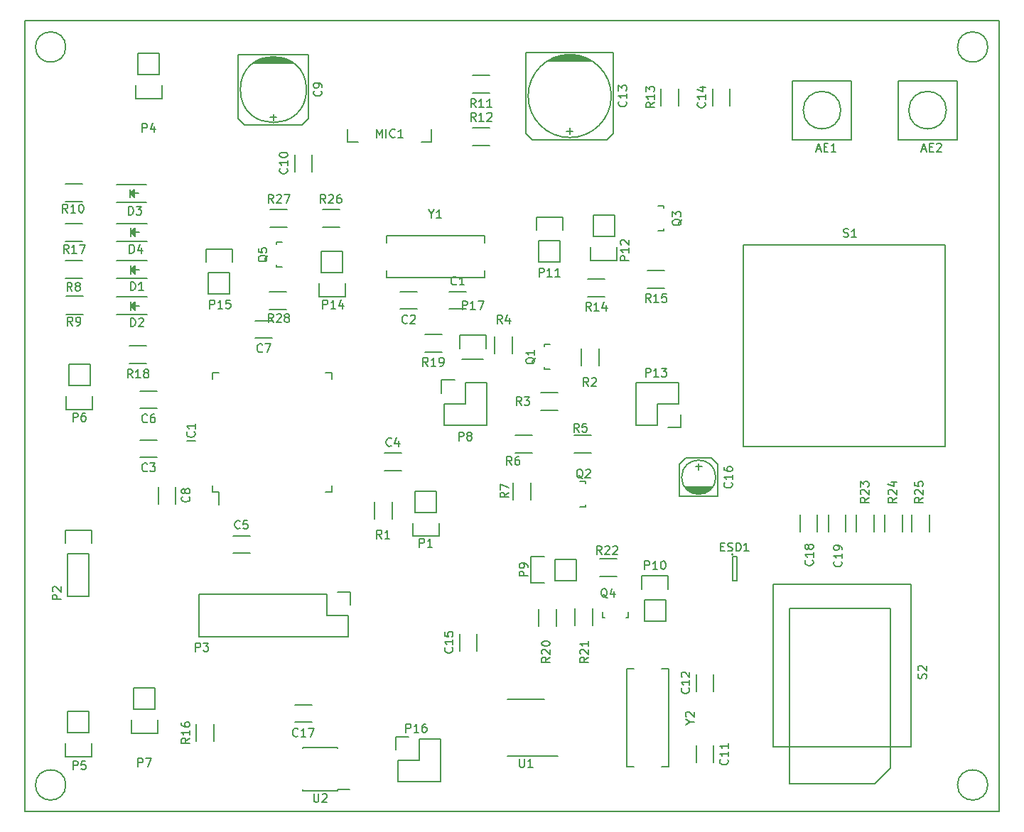
<source format=gbr>
%TF.GenerationSoftware,KiCad,Pcbnew,4.0.2+dfsg1-stable*%
%TF.CreationDate,2018-05-09T22:27:37+02:00*%
%TF.ProjectId,hermas_box,6865726D61735F626F782E6B69636164,rev?*%
%TF.FileFunction,Legend,Top*%
%FSLAX46Y46*%
G04 Gerber Fmt 4.6, Leading zero omitted, Abs format (unit mm)*
G04 Created by KiCad (PCBNEW 4.0.2+dfsg1-stable) date mer. 09 mai 2018 22:27:37 CEST*
%MOMM*%
G01*
G04 APERTURE LIST*
%ADD10C,0.100000*%
%ADD11C,0.150000*%
G04 APERTURE END LIST*
D10*
D11*
X114708009Y91186000D02*
G75*
G03X114708009Y91186000I-1805009J0D01*
G01*
X114708009Y3175000D02*
G75*
G03X114708009Y3175000I-1805009J0D01*
G01*
X4853009Y3175000D02*
G75*
G03X4853009Y3175000I-1805009J0D01*
G01*
X4853009Y91186000D02*
G75*
G03X4853009Y91186000I-1805009J0D01*
G01*
X0Y94361000D02*
X116078000Y94361000D01*
X0Y94234000D02*
X0Y94361000D01*
X0Y94107000D02*
X0Y94234000D01*
X0Y0D02*
X0Y94107000D01*
X116078000Y0D02*
X0Y0D01*
X116078000Y94361000D02*
X116078000Y0D01*
X22339000Y38087000D02*
X23099000Y38087000D01*
X22339000Y52337000D02*
X23099000Y52337000D01*
X36589000Y52337000D02*
X35829000Y52337000D01*
X36589000Y38087000D02*
X35829000Y38087000D01*
X22339000Y38087000D02*
X22339000Y38847000D01*
X36589000Y38087000D02*
X36589000Y38847000D01*
X36589000Y52337000D02*
X36589000Y51577000D01*
X22339000Y52337000D02*
X22339000Y51577000D01*
X23099000Y38087000D02*
X23099000Y36562000D01*
X97192068Y83653000D02*
G75*
G03X97192068Y83653000I-2236068J0D01*
G01*
X98456000Y87153000D02*
X98456000Y80153000D01*
X98456000Y80153000D02*
X91456000Y80153000D01*
X91456000Y80153000D02*
X91456000Y87153000D01*
X91456000Y87153000D02*
X98456000Y87153000D01*
X76088240Y69439840D02*
X76088240Y69488100D01*
X75387200Y72238820D02*
X76088240Y72238820D01*
X76088240Y72238820D02*
X76088240Y71989900D01*
X76088240Y69439840D02*
X76088240Y69239180D01*
X76088240Y69239180D02*
X75387200Y69239180D01*
X47641000Y56955000D02*
X49641000Y56955000D01*
X49641000Y54805000D02*
X47641000Y54805000D01*
X101219000Y3302000D02*
X91059000Y3302000D01*
X101219000Y3302000D02*
X103124000Y5207000D01*
X91059000Y23622000D02*
X91059000Y3302000D01*
X103124000Y5207000D02*
X103124000Y24257000D01*
X103124000Y24257000D02*
X91059000Y24257000D01*
X91059000Y24257000D02*
X91059000Y22352000D01*
X105554000Y7747000D02*
X105554000Y27147000D01*
X105554000Y27147000D02*
X89154000Y27147000D01*
X89154000Y7747000D02*
X89154000Y27147000D01*
X105554000Y7747000D02*
X89154000Y7747000D01*
X109765068Y83653000D02*
G75*
G03X109765068Y83653000I-2236068J0D01*
G01*
X111029000Y87153000D02*
X111029000Y80153000D01*
X111029000Y80153000D02*
X104029000Y80153000D01*
X104029000Y80153000D02*
X104029000Y87153000D01*
X104029000Y87153000D02*
X111029000Y87153000D01*
X52562000Y61985000D02*
X50562000Y61985000D01*
X50562000Y59935000D02*
X52562000Y59935000D01*
X44720000Y59935000D02*
X46720000Y59935000D01*
X46720000Y61985000D02*
X44720000Y61985000D01*
X13732000Y42282000D02*
X15732000Y42282000D01*
X15732000Y44332000D02*
X13732000Y44332000D01*
X44815000Y42744500D02*
X42815000Y42744500D01*
X42815000Y40694500D02*
X44815000Y40694500D01*
X26781000Y32902000D02*
X24781000Y32902000D01*
X24781000Y30852000D02*
X26781000Y30852000D01*
X13732000Y48124000D02*
X15732000Y48124000D01*
X15732000Y50174000D02*
X13732000Y50174000D01*
X27448000Y56506000D02*
X29448000Y56506000D01*
X29448000Y58556000D02*
X27448000Y58556000D01*
X17916000Y36719000D02*
X17916000Y38719000D01*
X15866000Y38719000D02*
X15866000Y36719000D01*
X30607000Y89916000D02*
X28575000Y89916000D01*
X28194000Y89789000D02*
X30988000Y89789000D01*
X31242000Y89662000D02*
X27940000Y89662000D01*
X27686000Y89535000D02*
X31496000Y89535000D01*
X27559000Y89408000D02*
X31623000Y89408000D01*
X31877000Y89281000D02*
X27305000Y89281000D01*
X33782000Y90297000D02*
X25400000Y90297000D01*
X25400000Y90297000D02*
X25400000Y82677000D01*
X25400000Y82677000D02*
X26162000Y81915000D01*
X26162000Y81915000D02*
X33020000Y81915000D01*
X33020000Y81915000D02*
X33782000Y82677000D01*
X33782000Y82677000D02*
X33782000Y90297000D01*
X29591000Y82423000D02*
X29591000Y83185000D01*
X29972000Y82804000D02*
X29210000Y82804000D01*
X33528000Y86106000D02*
G75*
G03X33528000Y86106000I-3937000J0D01*
G01*
X32122000Y78343000D02*
X32122000Y76343000D01*
X34172000Y76343000D02*
X34172000Y78343000D01*
X82051000Y5858000D02*
X82051000Y7858000D01*
X80001000Y7858000D02*
X80001000Y5858000D01*
X80001000Y16367000D02*
X80001000Y14367000D01*
X82051000Y14367000D02*
X82051000Y16367000D01*
X63881000Y90170000D02*
X65913000Y90170000D01*
X66294000Y90043000D02*
X63373000Y90043000D01*
X63119000Y89916000D02*
X66675000Y89916000D01*
X67056000Y89789000D02*
X62738000Y89789000D01*
X62484000Y89662000D02*
X67310000Y89662000D01*
X67437000Y89535000D02*
X62357000Y89535000D01*
X70104000Y90551000D02*
X59690000Y90551000D01*
X59690000Y90551000D02*
X59690000Y80899000D01*
X59690000Y80899000D02*
X60452000Y80137000D01*
X60452000Y80137000D02*
X69342000Y80137000D01*
X69342000Y80137000D02*
X70104000Y80899000D01*
X70104000Y80899000D02*
X70104000Y90551000D01*
X64897000Y80772000D02*
X64897000Y81534000D01*
X65278000Y81153000D02*
X64516000Y81153000D01*
X69850000Y85344000D02*
G75*
G03X69850000Y85344000I-4953000J0D01*
G01*
X81906000Y86217000D02*
X81906000Y84217000D01*
X83956000Y84217000D02*
X83956000Y86217000D01*
X51807000Y21193000D02*
X51807000Y19193000D01*
X53857000Y19193000D02*
X53857000Y21193000D01*
X80264000Y41529000D02*
X80264000Y40767000D01*
X79883000Y41148000D02*
X80645000Y41148000D01*
X82550000Y41402000D02*
X82550000Y37592000D01*
X78740000Y42164000D02*
X81788000Y42164000D01*
X82550000Y41402000D02*
X81788000Y42164000D01*
X77978000Y41402000D02*
X77978000Y37592000D01*
X77978000Y41402000D02*
X78740000Y42164000D01*
X80391000Y37846000D02*
X80137000Y37846000D01*
X79629000Y37973000D02*
X80899000Y37973000D01*
X81153000Y38100000D02*
X79375000Y38100000D01*
X81407000Y38227000D02*
X79121000Y38227000D01*
X78994000Y38354000D02*
X81534000Y38354000D01*
X81661000Y38481000D02*
X78867000Y38481000D01*
X78740000Y38608000D02*
X81788000Y38608000D01*
X78613000Y38735000D02*
X81915000Y38735000D01*
X77978000Y37592000D02*
X82550000Y37592000D01*
X82296000Y39878000D02*
G75*
G03X82296000Y39878000I-2032000J0D01*
G01*
X32147000Y10659000D02*
X34147000Y10659000D01*
X34147000Y12709000D02*
X32147000Y12709000D01*
X94370000Y33417000D02*
X94370000Y35417000D01*
X92320000Y35417000D02*
X92320000Y33417000D01*
X97799000Y33417000D02*
X97799000Y35417000D01*
X95749000Y35417000D02*
X95749000Y33417000D01*
X10931000Y63593000D02*
X14531000Y63593000D01*
X10931000Y65693000D02*
X14531000Y65693000D01*
X12981000Y64943000D02*
X12981000Y64343000D01*
X12981000Y64343000D02*
X12681000Y64643000D01*
X12681000Y64643000D02*
X12881000Y64843000D01*
X12881000Y64843000D02*
X12881000Y64593000D01*
X12881000Y64593000D02*
X12831000Y64643000D01*
X12581000Y65143000D02*
X12581000Y64143000D01*
X13081000Y64643000D02*
X13581000Y64643000D01*
X12581000Y64643000D02*
X13081000Y65143000D01*
X13081000Y65143000D02*
X13081000Y64143000D01*
X13081000Y64143000D02*
X12581000Y64643000D01*
X10931000Y59275000D02*
X14531000Y59275000D01*
X10931000Y61375000D02*
X14531000Y61375000D01*
X12981000Y60625000D02*
X12981000Y60025000D01*
X12981000Y60025000D02*
X12681000Y60325000D01*
X12681000Y60325000D02*
X12881000Y60525000D01*
X12881000Y60525000D02*
X12881000Y60275000D01*
X12881000Y60275000D02*
X12831000Y60325000D01*
X12581000Y60825000D02*
X12581000Y59825000D01*
X13081000Y60325000D02*
X13581000Y60325000D01*
X12581000Y60325000D02*
X13081000Y60825000D01*
X13081000Y60825000D02*
X13081000Y59825000D01*
X13081000Y59825000D02*
X12581000Y60325000D01*
X10867500Y72673500D02*
X14467500Y72673500D01*
X10867500Y74773500D02*
X14467500Y74773500D01*
X12917500Y74023500D02*
X12917500Y73423500D01*
X12917500Y73423500D02*
X12617500Y73723500D01*
X12617500Y73723500D02*
X12817500Y73923500D01*
X12817500Y73923500D02*
X12817500Y73673500D01*
X12817500Y73673500D02*
X12767500Y73723500D01*
X12517500Y74223500D02*
X12517500Y73223500D01*
X13017500Y73723500D02*
X13517500Y73723500D01*
X12517500Y73723500D02*
X13017500Y74223500D01*
X13017500Y74223500D02*
X13017500Y73223500D01*
X13017500Y73223500D02*
X12517500Y73723500D01*
X10931000Y68038000D02*
X14531000Y68038000D01*
X10931000Y70138000D02*
X14531000Y70138000D01*
X12981000Y69388000D02*
X12981000Y68788000D01*
X12981000Y68788000D02*
X12681000Y69088000D01*
X12681000Y69088000D02*
X12881000Y69288000D01*
X12881000Y69288000D02*
X12881000Y69038000D01*
X12881000Y69038000D02*
X12831000Y69088000D01*
X12581000Y69588000D02*
X12581000Y68588000D01*
X13081000Y69088000D02*
X13581000Y69088000D01*
X12581000Y69088000D02*
X13081000Y69588000D01*
X13081000Y69588000D02*
X13081000Y68588000D01*
X13081000Y68588000D02*
X12581000Y69088000D01*
X84382000Y30656000D02*
G75*
G03X84382000Y30656000I-100000J0D01*
G01*
X84832000Y30406000D02*
X84332000Y30406000D01*
X84832000Y27506000D02*
X84832000Y30406000D01*
X84332000Y27506000D02*
X84832000Y27506000D01*
X84332000Y30406000D02*
X84332000Y27506000D01*
X48434000Y79843000D02*
X47184000Y79843000D01*
X48434000Y79843000D02*
X48434000Y81343000D01*
X38434000Y79843000D02*
X38434000Y81343000D01*
X38434000Y79843000D02*
X39684000Y79843000D01*
X46482000Y35687000D02*
X46482000Y38227000D01*
X46202000Y32867000D02*
X46202000Y34417000D01*
X46482000Y35687000D02*
X49022000Y35687000D01*
X49302000Y34417000D02*
X49302000Y32867000D01*
X49302000Y32867000D02*
X46202000Y32867000D01*
X49022000Y35687000D02*
X49022000Y38227000D01*
X49022000Y38227000D02*
X46482000Y38227000D01*
X5080000Y30734000D02*
X5080000Y25654000D01*
X5080000Y25654000D02*
X7620000Y25654000D01*
X7620000Y25654000D02*
X7620000Y30734000D01*
X7900000Y33554000D02*
X7900000Y32004000D01*
X7620000Y30734000D02*
X5080000Y30734000D01*
X4800000Y32004000D02*
X4800000Y33554000D01*
X4800000Y33554000D02*
X7900000Y33554000D01*
X20701000Y20828000D02*
X38481000Y20828000D01*
X35941000Y25908000D02*
X20701000Y25908000D01*
X20701000Y20828000D02*
X20701000Y25908000D01*
X38481000Y20828000D02*
X38481000Y23368000D01*
X38761000Y24638000D02*
X38761000Y26188000D01*
X38481000Y23368000D02*
X35941000Y23368000D01*
X35941000Y23368000D02*
X35941000Y25908000D01*
X38761000Y26188000D02*
X37211000Y26188000D01*
X13462000Y87884000D02*
X13462000Y90424000D01*
X13182000Y85064000D02*
X13182000Y86614000D01*
X13462000Y87884000D02*
X16002000Y87884000D01*
X16282000Y86614000D02*
X16282000Y85064000D01*
X16282000Y85064000D02*
X13182000Y85064000D01*
X16002000Y87884000D02*
X16002000Y90424000D01*
X16002000Y90424000D02*
X13462000Y90424000D01*
X5080000Y9398000D02*
X5080000Y11938000D01*
X4800000Y6578000D02*
X4800000Y8128000D01*
X5080000Y9398000D02*
X7620000Y9398000D01*
X7900000Y8128000D02*
X7900000Y6578000D01*
X7900000Y6578000D02*
X4800000Y6578000D01*
X7620000Y9398000D02*
X7620000Y11938000D01*
X7620000Y11938000D02*
X5080000Y11938000D01*
X5207000Y50800000D02*
X5207000Y53340000D01*
X4927000Y47980000D02*
X4927000Y49530000D01*
X5207000Y50800000D02*
X7747000Y50800000D01*
X8027000Y49530000D02*
X8027000Y47980000D01*
X8027000Y47980000D02*
X4927000Y47980000D01*
X7747000Y50800000D02*
X7747000Y53340000D01*
X7747000Y53340000D02*
X5207000Y53340000D01*
X12954000Y12192000D02*
X12954000Y14732000D01*
X12674000Y9372000D02*
X12674000Y10922000D01*
X12954000Y12192000D02*
X15494000Y12192000D01*
X15774000Y10922000D02*
X15774000Y9372000D01*
X15774000Y9372000D02*
X12674000Y9372000D01*
X15494000Y12192000D02*
X15494000Y14732000D01*
X15494000Y14732000D02*
X12954000Y14732000D01*
X49631000Y49911000D02*
X49631000Y51461000D01*
X51181000Y51461000D02*
X49631000Y51461000D01*
X49911000Y48641000D02*
X52451000Y48641000D01*
X52451000Y48641000D02*
X52451000Y51181000D01*
X52451000Y51181000D02*
X54991000Y51181000D01*
X54991000Y51181000D02*
X54991000Y46101000D01*
X54991000Y46101000D02*
X49911000Y46101000D01*
X49911000Y46101000D02*
X49911000Y48641000D01*
X63119000Y30099000D02*
X65659000Y30099000D01*
X60299000Y30379000D02*
X61849000Y30379000D01*
X63119000Y30099000D02*
X63119000Y27559000D01*
X61849000Y27279000D02*
X60299000Y27279000D01*
X60299000Y27279000D02*
X60299000Y30379000D01*
X63119000Y27559000D02*
X65659000Y27559000D01*
X65659000Y27559000D02*
X65659000Y30099000D01*
X76327000Y25273000D02*
X76327000Y22733000D01*
X76607000Y28093000D02*
X76607000Y26543000D01*
X76327000Y25273000D02*
X73787000Y25273000D01*
X73507000Y26543000D02*
X73507000Y28093000D01*
X73507000Y28093000D02*
X76607000Y28093000D01*
X73787000Y25273000D02*
X73787000Y22733000D01*
X73787000Y22733000D02*
X76327000Y22733000D01*
X63754000Y68072000D02*
X63754000Y65532000D01*
X64034000Y70892000D02*
X64034000Y69342000D01*
X63754000Y68072000D02*
X61214000Y68072000D01*
X60934000Y69342000D02*
X60934000Y70892000D01*
X60934000Y70892000D02*
X64034000Y70892000D01*
X61214000Y68072000D02*
X61214000Y65532000D01*
X61214000Y65532000D02*
X63754000Y65532000D01*
X67691000Y68580000D02*
X67691000Y71120000D01*
X67411000Y65760000D02*
X67411000Y67310000D01*
X67691000Y68580000D02*
X70231000Y68580000D01*
X70511000Y67310000D02*
X70511000Y65760000D01*
X70511000Y65760000D02*
X67411000Y65760000D01*
X70231000Y68580000D02*
X70231000Y71120000D01*
X70231000Y71120000D02*
X67691000Y71120000D01*
X78131000Y47371000D02*
X78131000Y45821000D01*
X76581000Y45821000D02*
X78131000Y45821000D01*
X77851000Y48641000D02*
X75311000Y48641000D01*
X75311000Y48641000D02*
X75311000Y46101000D01*
X75311000Y46101000D02*
X72771000Y46101000D01*
X72771000Y46101000D02*
X72771000Y51181000D01*
X72771000Y51181000D02*
X77851000Y51181000D01*
X77851000Y51181000D02*
X77851000Y48641000D01*
X35306000Y64262000D02*
X35306000Y66802000D01*
X35026000Y61442000D02*
X35026000Y62992000D01*
X35306000Y64262000D02*
X37846000Y64262000D01*
X38126000Y62992000D02*
X38126000Y61442000D01*
X38126000Y61442000D02*
X35026000Y61442000D01*
X37846000Y64262000D02*
X37846000Y66802000D01*
X37846000Y66802000D02*
X35306000Y66802000D01*
X24384000Y64262000D02*
X24384000Y61722000D01*
X24664000Y67082000D02*
X24664000Y65532000D01*
X24384000Y64262000D02*
X21844000Y64262000D01*
X21564000Y65532000D02*
X21564000Y67082000D01*
X21564000Y67082000D02*
X24664000Y67082000D01*
X21844000Y64262000D02*
X21844000Y61722000D01*
X21844000Y61722000D02*
X24384000Y61722000D01*
X44170000Y7366000D02*
X44170000Y8916000D01*
X45720000Y8916000D02*
X44170000Y8916000D01*
X44450000Y6096000D02*
X46990000Y6096000D01*
X46990000Y6096000D02*
X46990000Y8636000D01*
X46990000Y8636000D02*
X49530000Y8636000D01*
X49530000Y8636000D02*
X49530000Y3556000D01*
X49530000Y3556000D02*
X44450000Y3556000D01*
X44450000Y3556000D02*
X44450000Y6096000D01*
X61833760Y55528160D02*
X61833760Y55479900D01*
X62534800Y52729180D02*
X61833760Y52729180D01*
X61833760Y52729180D02*
X61833760Y52978100D01*
X61833760Y55528160D02*
X61833760Y55728820D01*
X61833760Y55728820D02*
X62534800Y55728820D01*
X66817240Y36546840D02*
X66817240Y36595100D01*
X66116200Y39345820D02*
X66817240Y39345820D01*
X66817240Y39345820D02*
X66817240Y39096900D01*
X66817240Y36546840D02*
X66817240Y36346180D01*
X66817240Y36346180D02*
X66116200Y36346180D01*
X69058840Y23098760D02*
X69107100Y23098760D01*
X71857820Y23799800D02*
X71857820Y23098760D01*
X71857820Y23098760D02*
X71608900Y23098760D01*
X69058840Y23098760D02*
X68858180Y23098760D01*
X68858180Y23098760D02*
X68858180Y23799800D01*
X29956760Y67720160D02*
X29956760Y67671900D01*
X30657800Y64921180D02*
X29956760Y64921180D01*
X29956760Y64921180D02*
X29956760Y65170100D01*
X29956760Y67720160D02*
X29956760Y67920820D01*
X29956760Y67920820D02*
X30657800Y67920820D01*
X41597000Y34941000D02*
X41597000Y36941000D01*
X43747000Y36941000D02*
X43747000Y34941000D01*
X68385000Y55229000D02*
X68385000Y53229000D01*
X66235000Y53229000D02*
X66235000Y55229000D01*
X63484000Y47820000D02*
X61484000Y47820000D01*
X61484000Y49970000D02*
X63484000Y49970000D01*
X55948000Y54626000D02*
X55948000Y56626000D01*
X58098000Y56626000D02*
X58098000Y54626000D01*
X65421000Y44890000D02*
X67421000Y44890000D01*
X67421000Y42740000D02*
X65421000Y42740000D01*
X60436000Y42740000D02*
X58436000Y42740000D01*
X58436000Y44890000D02*
X60436000Y44890000D01*
X58107000Y37227000D02*
X58107000Y39227000D01*
X60257000Y39227000D02*
X60257000Y37227000D01*
X4842000Y65718000D02*
X6842000Y65718000D01*
X6842000Y63568000D02*
X4842000Y63568000D01*
X4905500Y61463500D02*
X6905500Y61463500D01*
X6905500Y59313500D02*
X4905500Y59313500D01*
X4842000Y74862000D02*
X6842000Y74862000D01*
X6842000Y72712000D02*
X4842000Y72712000D01*
X53356000Y87816000D02*
X55356000Y87816000D01*
X55356000Y85666000D02*
X53356000Y85666000D01*
X53356000Y81593000D02*
X55356000Y81593000D01*
X55356000Y79443000D02*
X53356000Y79443000D01*
X77910000Y86217000D02*
X77910000Y84217000D01*
X75760000Y84217000D02*
X75760000Y86217000D01*
X67072000Y63559000D02*
X69072000Y63559000D01*
X69072000Y61409000D02*
X67072000Y61409000D01*
X74184000Y64575000D02*
X76184000Y64575000D01*
X76184000Y62425000D02*
X74184000Y62425000D01*
X22538000Y10398000D02*
X22538000Y8398000D01*
X20388000Y8398000D02*
X20388000Y10398000D01*
X4842000Y70163000D02*
X6842000Y70163000D01*
X6842000Y68013000D02*
X4842000Y68013000D01*
X12462000Y55558000D02*
X14462000Y55558000D01*
X14462000Y53408000D02*
X12462000Y53408000D01*
X63305000Y24114000D02*
X63305000Y22114000D01*
X61155000Y22114000D02*
X61155000Y24114000D01*
X67623000Y24241000D02*
X67623000Y22241000D01*
X65473000Y22241000D02*
X65473000Y24241000D01*
X70469000Y28008000D02*
X68469000Y28008000D01*
X68469000Y30158000D02*
X70469000Y30158000D01*
X101151000Y35417000D02*
X101151000Y33417000D01*
X99001000Y33417000D02*
X99001000Y35417000D01*
X102430000Y33417000D02*
X102430000Y35417000D01*
X104580000Y35417000D02*
X104580000Y33417000D01*
X105605000Y33417000D02*
X105605000Y35417000D01*
X107755000Y35417000D02*
X107755000Y33417000D01*
X37449000Y69664000D02*
X35449000Y69664000D01*
X35449000Y71814000D02*
X37449000Y71814000D01*
X31226000Y69664000D02*
X29226000Y69664000D01*
X29226000Y71814000D02*
X31226000Y71814000D01*
X31099000Y59885000D02*
X29099000Y59885000D01*
X29099000Y62035000D02*
X31099000Y62035000D01*
X85598000Y43561000D02*
X109598000Y43561000D01*
X109598000Y43561000D02*
X109598000Y67561000D01*
X85598000Y43561000D02*
X85598000Y67561000D01*
X85598000Y67561000D02*
X109598000Y67561000D01*
X61915000Y13408000D02*
X57465000Y13408000D01*
X63440000Y6658000D02*
X57465000Y6658000D01*
X37254000Y2505000D02*
X37254000Y2650000D01*
X33104000Y2505000D02*
X33104000Y2650000D01*
X33104000Y7655000D02*
X33104000Y7510000D01*
X37254000Y7655000D02*
X37254000Y7510000D01*
X37254000Y2505000D02*
X33104000Y2505000D01*
X37254000Y7655000D02*
X33104000Y7655000D01*
X37254000Y2650000D02*
X38654000Y2650000D01*
X43045380Y63667640D02*
X54744620Y63667640D01*
X54744620Y68666360D02*
X43045380Y68666360D01*
X54744620Y63667640D02*
X54744620Y64516000D01*
X54744620Y68666360D02*
X54744620Y67818000D01*
X43045380Y63667640D02*
X43045380Y64516000D01*
X43045380Y68666360D02*
X43045380Y67818000D01*
X71668640Y17025620D02*
X71668640Y5326380D01*
X76667360Y5326380D02*
X76667360Y17025620D01*
X71668640Y5326380D02*
X72517000Y5326380D01*
X76667360Y5326380D02*
X75819000Y5326380D01*
X71668640Y17025620D02*
X72517000Y17025620D01*
X76667360Y17025620D02*
X75819000Y17025620D01*
X54890000Y56795000D02*
X54890000Y55245000D01*
X51790000Y55245000D02*
X51790000Y56795000D01*
X51790000Y56795000D02*
X54890000Y56795000D01*
X52070000Y53975000D02*
X54610000Y53975000D01*
X20266381Y44235810D02*
X19266381Y44235810D01*
X20171143Y45283429D02*
X20218762Y45235810D01*
X20266381Y45092953D01*
X20266381Y44997715D01*
X20218762Y44854857D01*
X20123524Y44759619D01*
X20028286Y44712000D01*
X19837810Y44664381D01*
X19694952Y44664381D01*
X19504476Y44712000D01*
X19409238Y44759619D01*
X19314000Y44854857D01*
X19266381Y44997715D01*
X19266381Y45092953D01*
X19314000Y45235810D01*
X19361619Y45283429D01*
X20266381Y46235810D02*
X20266381Y45664381D01*
X20266381Y45950095D02*
X19266381Y45950095D01*
X19409238Y45854857D01*
X19504476Y45759619D01*
X19552095Y45664381D01*
X94289333Y78986333D02*
X94765524Y78986333D01*
X94194095Y78700619D02*
X94527428Y79700619D01*
X94860762Y78700619D01*
X95194095Y79224429D02*
X95527429Y79224429D01*
X95670286Y78700619D02*
X95194095Y78700619D01*
X95194095Y79700619D01*
X95670286Y79700619D01*
X96622667Y78700619D02*
X96051238Y78700619D01*
X96336952Y78700619D02*
X96336952Y79700619D01*
X96241714Y79557762D01*
X96146476Y79462524D01*
X96051238Y79414905D01*
X78235619Y70643762D02*
X78188000Y70548524D01*
X78092762Y70453286D01*
X77949905Y70310429D01*
X77902286Y70215190D01*
X77902286Y70119952D01*
X78140381Y70167571D02*
X78092762Y70072333D01*
X77997524Y69977095D01*
X77807048Y69929476D01*
X77473714Y69929476D01*
X77283238Y69977095D01*
X77188000Y70072333D01*
X77140381Y70167571D01*
X77140381Y70358048D01*
X77188000Y70453286D01*
X77283238Y70548524D01*
X77473714Y70596143D01*
X77807048Y70596143D01*
X77997524Y70548524D01*
X78092762Y70453286D01*
X78140381Y70358048D01*
X78140381Y70167571D01*
X77140381Y70929476D02*
X77140381Y71548524D01*
X77521333Y71215190D01*
X77521333Y71358048D01*
X77568952Y71453286D01*
X77616571Y71500905D01*
X77711810Y71548524D01*
X77949905Y71548524D01*
X78045143Y71500905D01*
X78092762Y71453286D01*
X78140381Y71358048D01*
X78140381Y71072333D01*
X78092762Y70977095D01*
X78045143Y70929476D01*
X47998143Y53127619D02*
X47664809Y53603810D01*
X47426714Y53127619D02*
X47426714Y54127619D01*
X47807667Y54127619D01*
X47902905Y54080000D01*
X47950524Y54032381D01*
X47998143Y53937143D01*
X47998143Y53794286D01*
X47950524Y53699048D01*
X47902905Y53651429D01*
X47807667Y53603810D01*
X47426714Y53603810D01*
X48950524Y53127619D02*
X48379095Y53127619D01*
X48664809Y53127619D02*
X48664809Y54127619D01*
X48569571Y53984762D01*
X48474333Y53889524D01*
X48379095Y53841905D01*
X49426714Y53127619D02*
X49617190Y53127619D01*
X49712429Y53175238D01*
X49760048Y53222857D01*
X49855286Y53365714D01*
X49902905Y53556190D01*
X49902905Y53937143D01*
X49855286Y54032381D01*
X49807667Y54080000D01*
X49712429Y54127619D01*
X49521952Y54127619D01*
X49426714Y54080000D01*
X49379095Y54032381D01*
X49331476Y53937143D01*
X49331476Y53699048D01*
X49379095Y53603810D01*
X49426714Y53556190D01*
X49521952Y53508571D01*
X49712429Y53508571D01*
X49807667Y53556190D01*
X49855286Y53603810D01*
X49902905Y53699048D01*
X107338762Y15875095D02*
X107386381Y16017952D01*
X107386381Y16256048D01*
X107338762Y16351286D01*
X107291143Y16398905D01*
X107195905Y16446524D01*
X107100667Y16446524D01*
X107005429Y16398905D01*
X106957810Y16351286D01*
X106910190Y16256048D01*
X106862571Y16065571D01*
X106814952Y15970333D01*
X106767333Y15922714D01*
X106672095Y15875095D01*
X106576857Y15875095D01*
X106481619Y15922714D01*
X106434000Y15970333D01*
X106386381Y16065571D01*
X106386381Y16303667D01*
X106434000Y16446524D01*
X106481619Y16827476D02*
X106434000Y16875095D01*
X106386381Y16970333D01*
X106386381Y17208429D01*
X106434000Y17303667D01*
X106481619Y17351286D01*
X106576857Y17398905D01*
X106672095Y17398905D01*
X106814952Y17351286D01*
X107386381Y16779857D01*
X107386381Y17398905D01*
X106862333Y78986333D02*
X107338524Y78986333D01*
X106767095Y78700619D02*
X107100428Y79700619D01*
X107433762Y78700619D01*
X107767095Y79224429D02*
X108100429Y79224429D01*
X108243286Y78700619D02*
X107767095Y78700619D01*
X107767095Y79700619D01*
X108243286Y79700619D01*
X108624238Y79605381D02*
X108671857Y79653000D01*
X108767095Y79700619D01*
X109005191Y79700619D01*
X109100429Y79653000D01*
X109148048Y79605381D01*
X109195667Y79510143D01*
X109195667Y79414905D01*
X109148048Y79272048D01*
X108576619Y78700619D01*
X109195667Y78700619D01*
X51395334Y62902857D02*
X51347715Y62855238D01*
X51204858Y62807619D01*
X51109620Y62807619D01*
X50966762Y62855238D01*
X50871524Y62950476D01*
X50823905Y63045714D01*
X50776286Y63236190D01*
X50776286Y63379048D01*
X50823905Y63569524D01*
X50871524Y63664762D01*
X50966762Y63760000D01*
X51109620Y63807619D01*
X51204858Y63807619D01*
X51347715Y63760000D01*
X51395334Y63712381D01*
X52347715Y62807619D02*
X51776286Y62807619D01*
X52062000Y62807619D02*
X52062000Y63807619D01*
X51966762Y63664762D01*
X51871524Y63569524D01*
X51776286Y63521905D01*
X45553334Y58302857D02*
X45505715Y58255238D01*
X45362858Y58207619D01*
X45267620Y58207619D01*
X45124762Y58255238D01*
X45029524Y58350476D01*
X44981905Y58445714D01*
X44934286Y58636190D01*
X44934286Y58779048D01*
X44981905Y58969524D01*
X45029524Y59064762D01*
X45124762Y59160000D01*
X45267620Y59207619D01*
X45362858Y59207619D01*
X45505715Y59160000D01*
X45553334Y59112381D01*
X45934286Y59112381D02*
X45981905Y59160000D01*
X46077143Y59207619D01*
X46315239Y59207619D01*
X46410477Y59160000D01*
X46458096Y59112381D01*
X46505715Y59017143D01*
X46505715Y58921905D01*
X46458096Y58779048D01*
X45886667Y58207619D01*
X46505715Y58207619D01*
X14565334Y40649857D02*
X14517715Y40602238D01*
X14374858Y40554619D01*
X14279620Y40554619D01*
X14136762Y40602238D01*
X14041524Y40697476D01*
X13993905Y40792714D01*
X13946286Y40983190D01*
X13946286Y41126048D01*
X13993905Y41316524D01*
X14041524Y41411762D01*
X14136762Y41507000D01*
X14279620Y41554619D01*
X14374858Y41554619D01*
X14517715Y41507000D01*
X14565334Y41459381D01*
X14898667Y41554619D02*
X15517715Y41554619D01*
X15184381Y41173667D01*
X15327239Y41173667D01*
X15422477Y41126048D01*
X15470096Y41078429D01*
X15517715Y40983190D01*
X15517715Y40745095D01*
X15470096Y40649857D01*
X15422477Y40602238D01*
X15327239Y40554619D01*
X15041524Y40554619D01*
X14946286Y40602238D01*
X14898667Y40649857D01*
X43648334Y43662357D02*
X43600715Y43614738D01*
X43457858Y43567119D01*
X43362620Y43567119D01*
X43219762Y43614738D01*
X43124524Y43709976D01*
X43076905Y43805214D01*
X43029286Y43995690D01*
X43029286Y44138548D01*
X43076905Y44329024D01*
X43124524Y44424262D01*
X43219762Y44519500D01*
X43362620Y44567119D01*
X43457858Y44567119D01*
X43600715Y44519500D01*
X43648334Y44471881D01*
X44505477Y44233786D02*
X44505477Y43567119D01*
X44267381Y44614738D02*
X44029286Y43900452D01*
X44648334Y43900452D01*
X25614334Y33819857D02*
X25566715Y33772238D01*
X25423858Y33724619D01*
X25328620Y33724619D01*
X25185762Y33772238D01*
X25090524Y33867476D01*
X25042905Y33962714D01*
X24995286Y34153190D01*
X24995286Y34296048D01*
X25042905Y34486524D01*
X25090524Y34581762D01*
X25185762Y34677000D01*
X25328620Y34724619D01*
X25423858Y34724619D01*
X25566715Y34677000D01*
X25614334Y34629381D01*
X26519096Y34724619D02*
X26042905Y34724619D01*
X25995286Y34248429D01*
X26042905Y34296048D01*
X26138143Y34343667D01*
X26376239Y34343667D01*
X26471477Y34296048D01*
X26519096Y34248429D01*
X26566715Y34153190D01*
X26566715Y33915095D01*
X26519096Y33819857D01*
X26471477Y33772238D01*
X26376239Y33724619D01*
X26138143Y33724619D01*
X26042905Y33772238D01*
X25995286Y33819857D01*
X14565334Y46491857D02*
X14517715Y46444238D01*
X14374858Y46396619D01*
X14279620Y46396619D01*
X14136762Y46444238D01*
X14041524Y46539476D01*
X13993905Y46634714D01*
X13946286Y46825190D01*
X13946286Y46968048D01*
X13993905Y47158524D01*
X14041524Y47253762D01*
X14136762Y47349000D01*
X14279620Y47396619D01*
X14374858Y47396619D01*
X14517715Y47349000D01*
X14565334Y47301381D01*
X15422477Y47396619D02*
X15232000Y47396619D01*
X15136762Y47349000D01*
X15089143Y47301381D01*
X14993905Y47158524D01*
X14946286Y46968048D01*
X14946286Y46587095D01*
X14993905Y46491857D01*
X15041524Y46444238D01*
X15136762Y46396619D01*
X15327239Y46396619D01*
X15422477Y46444238D01*
X15470096Y46491857D01*
X15517715Y46587095D01*
X15517715Y46825190D01*
X15470096Y46920429D01*
X15422477Y46968048D01*
X15327239Y47015667D01*
X15136762Y47015667D01*
X15041524Y46968048D01*
X14993905Y46920429D01*
X14946286Y46825190D01*
X28281334Y54873857D02*
X28233715Y54826238D01*
X28090858Y54778619D01*
X27995620Y54778619D01*
X27852762Y54826238D01*
X27757524Y54921476D01*
X27709905Y55016714D01*
X27662286Y55207190D01*
X27662286Y55350048D01*
X27709905Y55540524D01*
X27757524Y55635762D01*
X27852762Y55731000D01*
X27995620Y55778619D01*
X28090858Y55778619D01*
X28233715Y55731000D01*
X28281334Y55683381D01*
X28614667Y55778619D02*
X29281334Y55778619D01*
X28852762Y54778619D01*
X19548143Y37552334D02*
X19595762Y37504715D01*
X19643381Y37361858D01*
X19643381Y37266620D01*
X19595762Y37123762D01*
X19500524Y37028524D01*
X19405286Y36980905D01*
X19214810Y36933286D01*
X19071952Y36933286D01*
X18881476Y36980905D01*
X18786238Y37028524D01*
X18691000Y37123762D01*
X18643381Y37266620D01*
X18643381Y37361858D01*
X18691000Y37504715D01*
X18738619Y37552334D01*
X19071952Y38123762D02*
X19024333Y38028524D01*
X18976714Y37980905D01*
X18881476Y37933286D01*
X18833857Y37933286D01*
X18738619Y37980905D01*
X18691000Y38028524D01*
X18643381Y38123762D01*
X18643381Y38314239D01*
X18691000Y38409477D01*
X18738619Y38457096D01*
X18833857Y38504715D01*
X18881476Y38504715D01*
X18976714Y38457096D01*
X19024333Y38409477D01*
X19071952Y38314239D01*
X19071952Y38123762D01*
X19119571Y38028524D01*
X19167190Y37980905D01*
X19262429Y37933286D01*
X19452905Y37933286D01*
X19548143Y37980905D01*
X19595762Y38028524D01*
X19643381Y38123762D01*
X19643381Y38314239D01*
X19595762Y38409477D01*
X19548143Y38457096D01*
X19452905Y38504715D01*
X19262429Y38504715D01*
X19167190Y38457096D01*
X19119571Y38409477D01*
X19071952Y38314239D01*
X35282143Y85939334D02*
X35329762Y85891715D01*
X35377381Y85748858D01*
X35377381Y85653620D01*
X35329762Y85510762D01*
X35234524Y85415524D01*
X35139286Y85367905D01*
X34948810Y85320286D01*
X34805952Y85320286D01*
X34615476Y85367905D01*
X34520238Y85415524D01*
X34425000Y85510762D01*
X34377381Y85653620D01*
X34377381Y85748858D01*
X34425000Y85891715D01*
X34472619Y85939334D01*
X35377381Y86415524D02*
X35377381Y86606000D01*
X35329762Y86701239D01*
X35282143Y86748858D01*
X35139286Y86844096D01*
X34948810Y86891715D01*
X34567857Y86891715D01*
X34472619Y86844096D01*
X34425000Y86796477D01*
X34377381Y86701239D01*
X34377381Y86510762D01*
X34425000Y86415524D01*
X34472619Y86367905D01*
X34567857Y86320286D01*
X34805952Y86320286D01*
X34901190Y86367905D01*
X34948810Y86415524D01*
X34996429Y86510762D01*
X34996429Y86701239D01*
X34948810Y86796477D01*
X34901190Y86844096D01*
X34805952Y86891715D01*
X31204143Y76700143D02*
X31251762Y76652524D01*
X31299381Y76509667D01*
X31299381Y76414429D01*
X31251762Y76271571D01*
X31156524Y76176333D01*
X31061286Y76128714D01*
X30870810Y76081095D01*
X30727952Y76081095D01*
X30537476Y76128714D01*
X30442238Y76176333D01*
X30347000Y76271571D01*
X30299381Y76414429D01*
X30299381Y76509667D01*
X30347000Y76652524D01*
X30394619Y76700143D01*
X31299381Y77652524D02*
X31299381Y77081095D01*
X31299381Y77366809D02*
X30299381Y77366809D01*
X30442238Y77271571D01*
X30537476Y77176333D01*
X30585095Y77081095D01*
X30299381Y78271571D02*
X30299381Y78366810D01*
X30347000Y78462048D01*
X30394619Y78509667D01*
X30489857Y78557286D01*
X30680333Y78604905D01*
X30918429Y78604905D01*
X31108905Y78557286D01*
X31204143Y78509667D01*
X31251762Y78462048D01*
X31299381Y78366810D01*
X31299381Y78271571D01*
X31251762Y78176333D01*
X31204143Y78128714D01*
X31108905Y78081095D01*
X30918429Y78033476D01*
X30680333Y78033476D01*
X30489857Y78081095D01*
X30394619Y78128714D01*
X30347000Y78176333D01*
X30299381Y78271571D01*
X83683143Y6215143D02*
X83730762Y6167524D01*
X83778381Y6024667D01*
X83778381Y5929429D01*
X83730762Y5786571D01*
X83635524Y5691333D01*
X83540286Y5643714D01*
X83349810Y5596095D01*
X83206952Y5596095D01*
X83016476Y5643714D01*
X82921238Y5691333D01*
X82826000Y5786571D01*
X82778381Y5929429D01*
X82778381Y6024667D01*
X82826000Y6167524D01*
X82873619Y6215143D01*
X83778381Y7167524D02*
X83778381Y6596095D01*
X83778381Y6881809D02*
X82778381Y6881809D01*
X82921238Y6786571D01*
X83016476Y6691333D01*
X83064095Y6596095D01*
X83778381Y8119905D02*
X83778381Y7548476D01*
X83778381Y7834190D02*
X82778381Y7834190D01*
X82921238Y7738952D01*
X83016476Y7643714D01*
X83064095Y7548476D01*
X79083143Y14724143D02*
X79130762Y14676524D01*
X79178381Y14533667D01*
X79178381Y14438429D01*
X79130762Y14295571D01*
X79035524Y14200333D01*
X78940286Y14152714D01*
X78749810Y14105095D01*
X78606952Y14105095D01*
X78416476Y14152714D01*
X78321238Y14200333D01*
X78226000Y14295571D01*
X78178381Y14438429D01*
X78178381Y14533667D01*
X78226000Y14676524D01*
X78273619Y14724143D01*
X79178381Y15676524D02*
X79178381Y15105095D01*
X79178381Y15390809D02*
X78178381Y15390809D01*
X78321238Y15295571D01*
X78416476Y15200333D01*
X78464095Y15105095D01*
X78273619Y16057476D02*
X78226000Y16105095D01*
X78178381Y16200333D01*
X78178381Y16438429D01*
X78226000Y16533667D01*
X78273619Y16581286D01*
X78368857Y16628905D01*
X78464095Y16628905D01*
X78606952Y16581286D01*
X79178381Y16009857D01*
X79178381Y16628905D01*
X71604143Y84701143D02*
X71651762Y84653524D01*
X71699381Y84510667D01*
X71699381Y84415429D01*
X71651762Y84272571D01*
X71556524Y84177333D01*
X71461286Y84129714D01*
X71270810Y84082095D01*
X71127952Y84082095D01*
X70937476Y84129714D01*
X70842238Y84177333D01*
X70747000Y84272571D01*
X70699381Y84415429D01*
X70699381Y84510667D01*
X70747000Y84653524D01*
X70794619Y84701143D01*
X71699381Y85653524D02*
X71699381Y85082095D01*
X71699381Y85367809D02*
X70699381Y85367809D01*
X70842238Y85272571D01*
X70937476Y85177333D01*
X70985095Y85082095D01*
X70699381Y85986857D02*
X70699381Y86605905D01*
X71080333Y86272571D01*
X71080333Y86415429D01*
X71127952Y86510667D01*
X71175571Y86558286D01*
X71270810Y86605905D01*
X71508905Y86605905D01*
X71604143Y86558286D01*
X71651762Y86510667D01*
X71699381Y86415429D01*
X71699381Y86129714D01*
X71651762Y86034476D01*
X71604143Y85986857D01*
X80988143Y84574143D02*
X81035762Y84526524D01*
X81083381Y84383667D01*
X81083381Y84288429D01*
X81035762Y84145571D01*
X80940524Y84050333D01*
X80845286Y84002714D01*
X80654810Y83955095D01*
X80511952Y83955095D01*
X80321476Y84002714D01*
X80226238Y84050333D01*
X80131000Y84145571D01*
X80083381Y84288429D01*
X80083381Y84383667D01*
X80131000Y84526524D01*
X80178619Y84574143D01*
X81083381Y85526524D02*
X81083381Y84955095D01*
X81083381Y85240809D02*
X80083381Y85240809D01*
X80226238Y85145571D01*
X80321476Y85050333D01*
X80369095Y84955095D01*
X80416714Y86383667D02*
X81083381Y86383667D01*
X80035762Y86145571D02*
X80750048Y85907476D01*
X80750048Y86526524D01*
X50889143Y19550143D02*
X50936762Y19502524D01*
X50984381Y19359667D01*
X50984381Y19264429D01*
X50936762Y19121571D01*
X50841524Y19026333D01*
X50746286Y18978714D01*
X50555810Y18931095D01*
X50412952Y18931095D01*
X50222476Y18978714D01*
X50127238Y19026333D01*
X50032000Y19121571D01*
X49984381Y19264429D01*
X49984381Y19359667D01*
X50032000Y19502524D01*
X50079619Y19550143D01*
X50984381Y20502524D02*
X50984381Y19931095D01*
X50984381Y20216809D02*
X49984381Y20216809D01*
X50127238Y20121571D01*
X50222476Y20026333D01*
X50270095Y19931095D01*
X49984381Y21407286D02*
X49984381Y20931095D01*
X50460571Y20883476D01*
X50412952Y20931095D01*
X50365333Y21026333D01*
X50365333Y21264429D01*
X50412952Y21359667D01*
X50460571Y21407286D01*
X50555810Y21454905D01*
X50793905Y21454905D01*
X50889143Y21407286D01*
X50936762Y21359667D01*
X50984381Y21264429D01*
X50984381Y21026333D01*
X50936762Y20931095D01*
X50889143Y20883476D01*
X84177143Y39235143D02*
X84224762Y39187524D01*
X84272381Y39044667D01*
X84272381Y38949429D01*
X84224762Y38806571D01*
X84129524Y38711333D01*
X84034286Y38663714D01*
X83843810Y38616095D01*
X83700952Y38616095D01*
X83510476Y38663714D01*
X83415238Y38711333D01*
X83320000Y38806571D01*
X83272381Y38949429D01*
X83272381Y39044667D01*
X83320000Y39187524D01*
X83367619Y39235143D01*
X84272381Y40187524D02*
X84272381Y39616095D01*
X84272381Y39901809D02*
X83272381Y39901809D01*
X83415238Y39806571D01*
X83510476Y39711333D01*
X83558095Y39616095D01*
X83272381Y41044667D02*
X83272381Y40854190D01*
X83320000Y40758952D01*
X83367619Y40711333D01*
X83510476Y40616095D01*
X83700952Y40568476D01*
X84081905Y40568476D01*
X84177143Y40616095D01*
X84224762Y40663714D01*
X84272381Y40758952D01*
X84272381Y40949429D01*
X84224762Y41044667D01*
X84177143Y41092286D01*
X84081905Y41139905D01*
X83843810Y41139905D01*
X83748571Y41092286D01*
X83700952Y41044667D01*
X83653333Y40949429D01*
X83653333Y40758952D01*
X83700952Y40663714D01*
X83748571Y40616095D01*
X83843810Y40568476D01*
X32504143Y9026857D02*
X32456524Y8979238D01*
X32313667Y8931619D01*
X32218429Y8931619D01*
X32075571Y8979238D01*
X31980333Y9074476D01*
X31932714Y9169714D01*
X31885095Y9360190D01*
X31885095Y9503048D01*
X31932714Y9693524D01*
X31980333Y9788762D01*
X32075571Y9884000D01*
X32218429Y9931619D01*
X32313667Y9931619D01*
X32456524Y9884000D01*
X32504143Y9836381D01*
X33456524Y8931619D02*
X32885095Y8931619D01*
X33170809Y8931619D02*
X33170809Y9931619D01*
X33075571Y9788762D01*
X32980333Y9693524D01*
X32885095Y9645905D01*
X33789857Y9931619D02*
X34456524Y9931619D01*
X34027952Y8931619D01*
X93829143Y29964143D02*
X93876762Y29916524D01*
X93924381Y29773667D01*
X93924381Y29678429D01*
X93876762Y29535571D01*
X93781524Y29440333D01*
X93686286Y29392714D01*
X93495810Y29345095D01*
X93352952Y29345095D01*
X93162476Y29392714D01*
X93067238Y29440333D01*
X92972000Y29535571D01*
X92924381Y29678429D01*
X92924381Y29773667D01*
X92972000Y29916524D01*
X93019619Y29964143D01*
X93924381Y30916524D02*
X93924381Y30345095D01*
X93924381Y30630809D02*
X92924381Y30630809D01*
X93067238Y30535571D01*
X93162476Y30440333D01*
X93210095Y30345095D01*
X93352952Y31487952D02*
X93305333Y31392714D01*
X93257714Y31345095D01*
X93162476Y31297476D01*
X93114857Y31297476D01*
X93019619Y31345095D01*
X92972000Y31392714D01*
X92924381Y31487952D01*
X92924381Y31678429D01*
X92972000Y31773667D01*
X93019619Y31821286D01*
X93114857Y31868905D01*
X93162476Y31868905D01*
X93257714Y31821286D01*
X93305333Y31773667D01*
X93352952Y31678429D01*
X93352952Y31487952D01*
X93400571Y31392714D01*
X93448190Y31345095D01*
X93543429Y31297476D01*
X93733905Y31297476D01*
X93829143Y31345095D01*
X93876762Y31392714D01*
X93924381Y31487952D01*
X93924381Y31678429D01*
X93876762Y31773667D01*
X93829143Y31821286D01*
X93733905Y31868905D01*
X93543429Y31868905D01*
X93448190Y31821286D01*
X93400571Y31773667D01*
X93352952Y31678429D01*
X97258143Y29837143D02*
X97305762Y29789524D01*
X97353381Y29646667D01*
X97353381Y29551429D01*
X97305762Y29408571D01*
X97210524Y29313333D01*
X97115286Y29265714D01*
X96924810Y29218095D01*
X96781952Y29218095D01*
X96591476Y29265714D01*
X96496238Y29313333D01*
X96401000Y29408571D01*
X96353381Y29551429D01*
X96353381Y29646667D01*
X96401000Y29789524D01*
X96448619Y29837143D01*
X97353381Y30789524D02*
X97353381Y30218095D01*
X97353381Y30503809D02*
X96353381Y30503809D01*
X96496238Y30408571D01*
X96591476Y30313333D01*
X96639095Y30218095D01*
X97353381Y31265714D02*
X97353381Y31456190D01*
X97305762Y31551429D01*
X97258143Y31599048D01*
X97115286Y31694286D01*
X96924810Y31741905D01*
X96543857Y31741905D01*
X96448619Y31694286D01*
X96401000Y31646667D01*
X96353381Y31551429D01*
X96353381Y31360952D01*
X96401000Y31265714D01*
X96448619Y31218095D01*
X96543857Y31170476D01*
X96781952Y31170476D01*
X96877190Y31218095D01*
X96924810Y31265714D01*
X96972429Y31360952D01*
X96972429Y31551429D01*
X96924810Y31646667D01*
X96877190Y31694286D01*
X96781952Y31741905D01*
X12596905Y62158619D02*
X12596905Y63158619D01*
X12835000Y63158619D01*
X12977858Y63111000D01*
X13073096Y63015762D01*
X13120715Y62920524D01*
X13168334Y62730048D01*
X13168334Y62587190D01*
X13120715Y62396714D01*
X13073096Y62301476D01*
X12977858Y62206238D01*
X12835000Y62158619D01*
X12596905Y62158619D01*
X14120715Y62158619D02*
X13549286Y62158619D01*
X13835000Y62158619D02*
X13835000Y63158619D01*
X13739762Y63015762D01*
X13644524Y62920524D01*
X13549286Y62872905D01*
X12596905Y57840619D02*
X12596905Y58840619D01*
X12835000Y58840619D01*
X12977858Y58793000D01*
X13073096Y58697762D01*
X13120715Y58602524D01*
X13168334Y58412048D01*
X13168334Y58269190D01*
X13120715Y58078714D01*
X13073096Y57983476D01*
X12977858Y57888238D01*
X12835000Y57840619D01*
X12596905Y57840619D01*
X13549286Y58745381D02*
X13596905Y58793000D01*
X13692143Y58840619D01*
X13930239Y58840619D01*
X14025477Y58793000D01*
X14073096Y58745381D01*
X14120715Y58650143D01*
X14120715Y58554905D01*
X14073096Y58412048D01*
X13501667Y57840619D01*
X14120715Y57840619D01*
X12342905Y71175619D02*
X12342905Y72175619D01*
X12581000Y72175619D01*
X12723858Y72128000D01*
X12819096Y72032762D01*
X12866715Y71937524D01*
X12914334Y71747048D01*
X12914334Y71604190D01*
X12866715Y71413714D01*
X12819096Y71318476D01*
X12723858Y71223238D01*
X12581000Y71175619D01*
X12342905Y71175619D01*
X13247667Y72175619D02*
X13866715Y72175619D01*
X13533381Y71794667D01*
X13676239Y71794667D01*
X13771477Y71747048D01*
X13819096Y71699429D01*
X13866715Y71604190D01*
X13866715Y71366095D01*
X13819096Y71270857D01*
X13771477Y71223238D01*
X13676239Y71175619D01*
X13390524Y71175619D01*
X13295286Y71223238D01*
X13247667Y71270857D01*
X12469905Y66603619D02*
X12469905Y67603619D01*
X12708000Y67603619D01*
X12850858Y67556000D01*
X12946096Y67460762D01*
X12993715Y67365524D01*
X13041334Y67175048D01*
X13041334Y67032190D01*
X12993715Y66841714D01*
X12946096Y66746476D01*
X12850858Y66651238D01*
X12708000Y66603619D01*
X12469905Y66603619D01*
X13898477Y67270286D02*
X13898477Y66603619D01*
X13660381Y67651238D02*
X13422286Y66936952D01*
X14041334Y66936952D01*
X82865333Y31577429D02*
X83198667Y31577429D01*
X83341524Y31053619D02*
X82865333Y31053619D01*
X82865333Y32053619D01*
X83341524Y32053619D01*
X83722476Y31101238D02*
X83865333Y31053619D01*
X84103429Y31053619D01*
X84198667Y31101238D01*
X84246286Y31148857D01*
X84293905Y31244095D01*
X84293905Y31339333D01*
X84246286Y31434571D01*
X84198667Y31482190D01*
X84103429Y31529810D01*
X83912952Y31577429D01*
X83817714Y31625048D01*
X83770095Y31672667D01*
X83722476Y31767905D01*
X83722476Y31863143D01*
X83770095Y31958381D01*
X83817714Y32006000D01*
X83912952Y32053619D01*
X84151048Y32053619D01*
X84293905Y32006000D01*
X84722476Y31053619D02*
X84722476Y32053619D01*
X84960571Y32053619D01*
X85103429Y32006000D01*
X85198667Y31910762D01*
X85246286Y31815524D01*
X85293905Y31625048D01*
X85293905Y31482190D01*
X85246286Y31291714D01*
X85198667Y31196476D01*
X85103429Y31101238D01*
X84960571Y31053619D01*
X84722476Y31053619D01*
X86246286Y31053619D02*
X85674857Y31053619D01*
X85960571Y31053619D02*
X85960571Y32053619D01*
X85865333Y31910762D01*
X85770095Y31815524D01*
X85674857Y31767905D01*
X41886381Y80390619D02*
X41886381Y81390619D01*
X42219715Y80676333D01*
X42553048Y81390619D01*
X42553048Y80390619D01*
X43029238Y80390619D02*
X43029238Y81390619D01*
X44076857Y80485857D02*
X44029238Y80438238D01*
X43886381Y80390619D01*
X43791143Y80390619D01*
X43648285Y80438238D01*
X43553047Y80533476D01*
X43505428Y80628714D01*
X43457809Y80819190D01*
X43457809Y80962048D01*
X43505428Y81152524D01*
X43553047Y81247762D01*
X43648285Y81343000D01*
X43791143Y81390619D01*
X43886381Y81390619D01*
X44029238Y81343000D01*
X44076857Y81295381D01*
X45029238Y80390619D02*
X44457809Y80390619D01*
X44743523Y80390619D02*
X44743523Y81390619D01*
X44648285Y81247762D01*
X44553047Y81152524D01*
X44457809Y81104905D01*
X47013905Y31551619D02*
X47013905Y32551619D01*
X47394858Y32551619D01*
X47490096Y32504000D01*
X47537715Y32456381D01*
X47585334Y32361143D01*
X47585334Y32218286D01*
X47537715Y32123048D01*
X47490096Y32075429D01*
X47394858Y32027810D01*
X47013905Y32027810D01*
X48537715Y31551619D02*
X47966286Y31551619D01*
X48252000Y31551619D02*
X48252000Y32551619D01*
X48156762Y32408762D01*
X48061524Y32313524D01*
X47966286Y32265905D01*
X4262381Y25296905D02*
X3262381Y25296905D01*
X3262381Y25677858D01*
X3310000Y25773096D01*
X3357619Y25820715D01*
X3452857Y25868334D01*
X3595714Y25868334D01*
X3690952Y25820715D01*
X3738571Y25773096D01*
X3786190Y25677858D01*
X3786190Y25296905D01*
X3357619Y26249286D02*
X3310000Y26296905D01*
X3262381Y26392143D01*
X3262381Y26630239D01*
X3310000Y26725477D01*
X3357619Y26773096D01*
X3452857Y26820715D01*
X3548095Y26820715D01*
X3690952Y26773096D01*
X4262381Y26201667D01*
X4262381Y26820715D01*
X20343905Y19105619D02*
X20343905Y20105619D01*
X20724858Y20105619D01*
X20820096Y20058000D01*
X20867715Y20010381D01*
X20915334Y19915143D01*
X20915334Y19772286D01*
X20867715Y19677048D01*
X20820096Y19629429D01*
X20724858Y19581810D01*
X20343905Y19581810D01*
X21248667Y20105619D02*
X21867715Y20105619D01*
X21534381Y19724667D01*
X21677239Y19724667D01*
X21772477Y19677048D01*
X21820096Y19629429D01*
X21867715Y19534190D01*
X21867715Y19296095D01*
X21820096Y19200857D01*
X21772477Y19153238D01*
X21677239Y19105619D01*
X21391524Y19105619D01*
X21296286Y19153238D01*
X21248667Y19200857D01*
X13993905Y81061619D02*
X13993905Y82061619D01*
X14374858Y82061619D01*
X14470096Y82014000D01*
X14517715Y81966381D01*
X14565334Y81871143D01*
X14565334Y81728286D01*
X14517715Y81633048D01*
X14470096Y81585429D01*
X14374858Y81537810D01*
X13993905Y81537810D01*
X15422477Y81728286D02*
X15422477Y81061619D01*
X15184381Y82109238D02*
X14946286Y81394952D01*
X15565334Y81394952D01*
X5738905Y5008619D02*
X5738905Y6008619D01*
X6119858Y6008619D01*
X6215096Y5961000D01*
X6262715Y5913381D01*
X6310334Y5818143D01*
X6310334Y5675286D01*
X6262715Y5580048D01*
X6215096Y5532429D01*
X6119858Y5484810D01*
X5738905Y5484810D01*
X7215096Y6008619D02*
X6738905Y6008619D01*
X6691286Y5532429D01*
X6738905Y5580048D01*
X6834143Y5627667D01*
X7072239Y5627667D01*
X7167477Y5580048D01*
X7215096Y5532429D01*
X7262715Y5437190D01*
X7262715Y5199095D01*
X7215096Y5103857D01*
X7167477Y5056238D01*
X7072239Y5008619D01*
X6834143Y5008619D01*
X6738905Y5056238D01*
X6691286Y5103857D01*
X5738905Y46537619D02*
X5738905Y47537619D01*
X6119858Y47537619D01*
X6215096Y47490000D01*
X6262715Y47442381D01*
X6310334Y47347143D01*
X6310334Y47204286D01*
X6262715Y47109048D01*
X6215096Y47061429D01*
X6119858Y47013810D01*
X5738905Y47013810D01*
X7167477Y47537619D02*
X6977000Y47537619D01*
X6881762Y47490000D01*
X6834143Y47442381D01*
X6738905Y47299524D01*
X6691286Y47109048D01*
X6691286Y46728095D01*
X6738905Y46632857D01*
X6786524Y46585238D01*
X6881762Y46537619D01*
X7072239Y46537619D01*
X7167477Y46585238D01*
X7215096Y46632857D01*
X7262715Y46728095D01*
X7262715Y46966190D01*
X7215096Y47061429D01*
X7167477Y47109048D01*
X7072239Y47156667D01*
X6881762Y47156667D01*
X6786524Y47109048D01*
X6738905Y47061429D01*
X6691286Y46966190D01*
X13485905Y5369619D02*
X13485905Y6369619D01*
X13866858Y6369619D01*
X13962096Y6322000D01*
X14009715Y6274381D01*
X14057334Y6179143D01*
X14057334Y6036286D01*
X14009715Y5941048D01*
X13962096Y5893429D01*
X13866858Y5845810D01*
X13485905Y5845810D01*
X14390667Y6369619D02*
X15057334Y6369619D01*
X14628762Y5369619D01*
X51712905Y44251619D02*
X51712905Y45251619D01*
X52093858Y45251619D01*
X52189096Y45204000D01*
X52236715Y45156381D01*
X52284334Y45061143D01*
X52284334Y44918286D01*
X52236715Y44823048D01*
X52189096Y44775429D01*
X52093858Y44727810D01*
X51712905Y44727810D01*
X52855762Y44823048D02*
X52760524Y44870667D01*
X52712905Y44918286D01*
X52665286Y45013524D01*
X52665286Y45061143D01*
X52712905Y45156381D01*
X52760524Y45204000D01*
X52855762Y45251619D01*
X53046239Y45251619D01*
X53141477Y45204000D01*
X53189096Y45156381D01*
X53236715Y45061143D01*
X53236715Y45013524D01*
X53189096Y44918286D01*
X53141477Y44870667D01*
X53046239Y44823048D01*
X52855762Y44823048D01*
X52760524Y44775429D01*
X52712905Y44727810D01*
X52665286Y44632571D01*
X52665286Y44442095D01*
X52712905Y44346857D01*
X52760524Y44299238D01*
X52855762Y44251619D01*
X53046239Y44251619D01*
X53141477Y44299238D01*
X53189096Y44346857D01*
X53236715Y44442095D01*
X53236715Y44632571D01*
X53189096Y44727810D01*
X53141477Y44775429D01*
X53046239Y44823048D01*
X59888381Y28090905D02*
X58888381Y28090905D01*
X58888381Y28471858D01*
X58936000Y28567096D01*
X58983619Y28614715D01*
X59078857Y28662334D01*
X59221714Y28662334D01*
X59316952Y28614715D01*
X59364571Y28567096D01*
X59412190Y28471858D01*
X59412190Y28090905D01*
X59888381Y29138524D02*
X59888381Y29329000D01*
X59840762Y29424239D01*
X59793143Y29471858D01*
X59650286Y29567096D01*
X59459810Y29614715D01*
X59078857Y29614715D01*
X58983619Y29567096D01*
X58936000Y29519477D01*
X58888381Y29424239D01*
X58888381Y29233762D01*
X58936000Y29138524D01*
X58983619Y29090905D01*
X59078857Y29043286D01*
X59316952Y29043286D01*
X59412190Y29090905D01*
X59459810Y29138524D01*
X59507429Y29233762D01*
X59507429Y29424239D01*
X59459810Y29519477D01*
X59412190Y29567096D01*
X59316952Y29614715D01*
X73842714Y28884619D02*
X73842714Y29884619D01*
X74223667Y29884619D01*
X74318905Y29837000D01*
X74366524Y29789381D01*
X74414143Y29694143D01*
X74414143Y29551286D01*
X74366524Y29456048D01*
X74318905Y29408429D01*
X74223667Y29360810D01*
X73842714Y29360810D01*
X75366524Y28884619D02*
X74795095Y28884619D01*
X75080809Y28884619D02*
X75080809Y29884619D01*
X74985571Y29741762D01*
X74890333Y29646524D01*
X74795095Y29598905D01*
X75985571Y29884619D02*
X76080810Y29884619D01*
X76176048Y29837000D01*
X76223667Y29789381D01*
X76271286Y29694143D01*
X76318905Y29503667D01*
X76318905Y29265571D01*
X76271286Y29075095D01*
X76223667Y28979857D01*
X76176048Y28932238D01*
X76080810Y28884619D01*
X75985571Y28884619D01*
X75890333Y28932238D01*
X75842714Y28979857D01*
X75795095Y29075095D01*
X75747476Y29265571D01*
X75747476Y29503667D01*
X75795095Y29694143D01*
X75842714Y29789381D01*
X75890333Y29837000D01*
X75985571Y29884619D01*
X61269714Y63809619D02*
X61269714Y64809619D01*
X61650667Y64809619D01*
X61745905Y64762000D01*
X61793524Y64714381D01*
X61841143Y64619143D01*
X61841143Y64476286D01*
X61793524Y64381048D01*
X61745905Y64333429D01*
X61650667Y64285810D01*
X61269714Y64285810D01*
X62793524Y63809619D02*
X62222095Y63809619D01*
X62507809Y63809619D02*
X62507809Y64809619D01*
X62412571Y64666762D01*
X62317333Y64571524D01*
X62222095Y64523905D01*
X63745905Y63809619D02*
X63174476Y63809619D01*
X63460190Y63809619D02*
X63460190Y64809619D01*
X63364952Y64666762D01*
X63269714Y64571524D01*
X63174476Y64523905D01*
X71953381Y65714714D02*
X70953381Y65714714D01*
X70953381Y66095667D01*
X71001000Y66190905D01*
X71048619Y66238524D01*
X71143857Y66286143D01*
X71286714Y66286143D01*
X71381952Y66238524D01*
X71429571Y66190905D01*
X71477190Y66095667D01*
X71477190Y65714714D01*
X71953381Y67238524D02*
X71953381Y66667095D01*
X71953381Y66952809D02*
X70953381Y66952809D01*
X71096238Y66857571D01*
X71191476Y66762333D01*
X71239095Y66667095D01*
X71048619Y67619476D02*
X71001000Y67667095D01*
X70953381Y67762333D01*
X70953381Y68000429D01*
X71001000Y68095667D01*
X71048619Y68143286D01*
X71143857Y68190905D01*
X71239095Y68190905D01*
X71381952Y68143286D01*
X71953381Y67571857D01*
X71953381Y68190905D01*
X73969714Y51871619D02*
X73969714Y52871619D01*
X74350667Y52871619D01*
X74445905Y52824000D01*
X74493524Y52776381D01*
X74541143Y52681143D01*
X74541143Y52538286D01*
X74493524Y52443048D01*
X74445905Y52395429D01*
X74350667Y52347810D01*
X73969714Y52347810D01*
X75493524Y51871619D02*
X74922095Y51871619D01*
X75207809Y51871619D02*
X75207809Y52871619D01*
X75112571Y52728762D01*
X75017333Y52633524D01*
X74922095Y52585905D01*
X75826857Y52871619D02*
X76445905Y52871619D01*
X76112571Y52490667D01*
X76255429Y52490667D01*
X76350667Y52443048D01*
X76398286Y52395429D01*
X76445905Y52300190D01*
X76445905Y52062095D01*
X76398286Y51966857D01*
X76350667Y51919238D01*
X76255429Y51871619D01*
X75969714Y51871619D01*
X75874476Y51919238D01*
X75826857Y51966857D01*
X35488714Y59999619D02*
X35488714Y60999619D01*
X35869667Y60999619D01*
X35964905Y60952000D01*
X36012524Y60904381D01*
X36060143Y60809143D01*
X36060143Y60666286D01*
X36012524Y60571048D01*
X35964905Y60523429D01*
X35869667Y60475810D01*
X35488714Y60475810D01*
X37012524Y59999619D02*
X36441095Y59999619D01*
X36726809Y59999619D02*
X36726809Y60999619D01*
X36631571Y60856762D01*
X36536333Y60761524D01*
X36441095Y60713905D01*
X37869667Y60666286D02*
X37869667Y59999619D01*
X37631571Y61047238D02*
X37393476Y60332952D01*
X38012524Y60332952D01*
X22026714Y59999619D02*
X22026714Y60999619D01*
X22407667Y60999619D01*
X22502905Y60952000D01*
X22550524Y60904381D01*
X22598143Y60809143D01*
X22598143Y60666286D01*
X22550524Y60571048D01*
X22502905Y60523429D01*
X22407667Y60475810D01*
X22026714Y60475810D01*
X23550524Y59999619D02*
X22979095Y59999619D01*
X23264809Y59999619D02*
X23264809Y60999619D01*
X23169571Y60856762D01*
X23074333Y60761524D01*
X22979095Y60713905D01*
X24455286Y60999619D02*
X23979095Y60999619D01*
X23931476Y60523429D01*
X23979095Y60571048D01*
X24074333Y60618667D01*
X24312429Y60618667D01*
X24407667Y60571048D01*
X24455286Y60523429D01*
X24502905Y60428190D01*
X24502905Y60190095D01*
X24455286Y60094857D01*
X24407667Y60047238D01*
X24312429Y59999619D01*
X24074333Y59999619D01*
X23979095Y60047238D01*
X23931476Y60094857D01*
X45394714Y9453619D02*
X45394714Y10453619D01*
X45775667Y10453619D01*
X45870905Y10406000D01*
X45918524Y10358381D01*
X45966143Y10263143D01*
X45966143Y10120286D01*
X45918524Y10025048D01*
X45870905Y9977429D01*
X45775667Y9929810D01*
X45394714Y9929810D01*
X46918524Y9453619D02*
X46347095Y9453619D01*
X46632809Y9453619D02*
X46632809Y10453619D01*
X46537571Y10310762D01*
X46442333Y10215524D01*
X46347095Y10167905D01*
X47775667Y10453619D02*
X47585190Y10453619D01*
X47489952Y10406000D01*
X47442333Y10358381D01*
X47347095Y10215524D01*
X47299476Y10025048D01*
X47299476Y9644095D01*
X47347095Y9548857D01*
X47394714Y9501238D01*
X47489952Y9453619D01*
X47680429Y9453619D01*
X47775667Y9501238D01*
X47823286Y9548857D01*
X47870905Y9644095D01*
X47870905Y9882190D01*
X47823286Y9977429D01*
X47775667Y10025048D01*
X47680429Y10072667D01*
X47489952Y10072667D01*
X47394714Y10025048D01*
X47347095Y9977429D01*
X47299476Y9882190D01*
X60781619Y54133762D02*
X60734000Y54038524D01*
X60638762Y53943286D01*
X60495905Y53800429D01*
X60448286Y53705190D01*
X60448286Y53609952D01*
X60686381Y53657571D02*
X60638762Y53562333D01*
X60543524Y53467095D01*
X60353048Y53419476D01*
X60019714Y53419476D01*
X59829238Y53467095D01*
X59734000Y53562333D01*
X59686381Y53657571D01*
X59686381Y53848048D01*
X59734000Y53943286D01*
X59829238Y54038524D01*
X60019714Y54086143D01*
X60353048Y54086143D01*
X60543524Y54038524D01*
X60638762Y53943286D01*
X60686381Y53848048D01*
X60686381Y53657571D01*
X60686381Y55038524D02*
X60686381Y54467095D01*
X60686381Y54752809D02*
X59686381Y54752809D01*
X59829238Y54657571D01*
X59924476Y54562333D01*
X59972095Y54467095D01*
X66452762Y39711381D02*
X66357524Y39759000D01*
X66262286Y39854238D01*
X66119429Y39997095D01*
X66024190Y40044714D01*
X65928952Y40044714D01*
X65976571Y39806619D02*
X65881333Y39854238D01*
X65786095Y39949476D01*
X65738476Y40139952D01*
X65738476Y40473286D01*
X65786095Y40663762D01*
X65881333Y40759000D01*
X65976571Y40806619D01*
X66167048Y40806619D01*
X66262286Y40759000D01*
X66357524Y40663762D01*
X66405143Y40473286D01*
X66405143Y40139952D01*
X66357524Y39949476D01*
X66262286Y39854238D01*
X66167048Y39806619D01*
X65976571Y39806619D01*
X66786095Y40711381D02*
X66833714Y40759000D01*
X66928952Y40806619D01*
X67167048Y40806619D01*
X67262286Y40759000D01*
X67309905Y40711381D01*
X67357524Y40616143D01*
X67357524Y40520905D01*
X67309905Y40378048D01*
X66738476Y39806619D01*
X67357524Y39806619D01*
X69373762Y25487381D02*
X69278524Y25535000D01*
X69183286Y25630238D01*
X69040429Y25773095D01*
X68945190Y25820714D01*
X68849952Y25820714D01*
X68897571Y25582619D02*
X68802333Y25630238D01*
X68707095Y25725476D01*
X68659476Y25915952D01*
X68659476Y26249286D01*
X68707095Y26439762D01*
X68802333Y26535000D01*
X68897571Y26582619D01*
X69088048Y26582619D01*
X69183286Y26535000D01*
X69278524Y26439762D01*
X69326143Y26249286D01*
X69326143Y25915952D01*
X69278524Y25725476D01*
X69183286Y25630238D01*
X69088048Y25582619D01*
X68897571Y25582619D01*
X70183286Y26249286D02*
X70183286Y25582619D01*
X69945190Y26630238D02*
X69707095Y25915952D01*
X70326143Y25915952D01*
X28904619Y66325762D02*
X28857000Y66230524D01*
X28761762Y66135286D01*
X28618905Y65992429D01*
X28571286Y65897190D01*
X28571286Y65801952D01*
X28809381Y65849571D02*
X28761762Y65754333D01*
X28666524Y65659095D01*
X28476048Y65611476D01*
X28142714Y65611476D01*
X27952238Y65659095D01*
X27857000Y65754333D01*
X27809381Y65849571D01*
X27809381Y66040048D01*
X27857000Y66135286D01*
X27952238Y66230524D01*
X28142714Y66278143D01*
X28476048Y66278143D01*
X28666524Y66230524D01*
X28761762Y66135286D01*
X28809381Y66040048D01*
X28809381Y65849571D01*
X27809381Y67182905D02*
X27809381Y66706714D01*
X28285571Y66659095D01*
X28237952Y66706714D01*
X28190333Y66801952D01*
X28190333Y67040048D01*
X28237952Y67135286D01*
X28285571Y67182905D01*
X28380810Y67230524D01*
X28618905Y67230524D01*
X28714143Y67182905D01*
X28761762Y67135286D01*
X28809381Y67040048D01*
X28809381Y66801952D01*
X28761762Y66706714D01*
X28714143Y66659095D01*
X42505334Y32567619D02*
X42172000Y33043810D01*
X41933905Y32567619D02*
X41933905Y33567619D01*
X42314858Y33567619D01*
X42410096Y33520000D01*
X42457715Y33472381D01*
X42505334Y33377143D01*
X42505334Y33234286D01*
X42457715Y33139048D01*
X42410096Y33091429D01*
X42314858Y33043810D01*
X41933905Y33043810D01*
X43457715Y32567619D02*
X42886286Y32567619D01*
X43172000Y32567619D02*
X43172000Y33567619D01*
X43076762Y33424762D01*
X42981524Y33329524D01*
X42886286Y33281905D01*
X67143334Y50728619D02*
X66810000Y51204810D01*
X66571905Y50728619D02*
X66571905Y51728619D01*
X66952858Y51728619D01*
X67048096Y51681000D01*
X67095715Y51633381D01*
X67143334Y51538143D01*
X67143334Y51395286D01*
X67095715Y51300048D01*
X67048096Y51252429D01*
X66952858Y51204810D01*
X66571905Y51204810D01*
X67524286Y51633381D02*
X67571905Y51681000D01*
X67667143Y51728619D01*
X67905239Y51728619D01*
X68000477Y51681000D01*
X68048096Y51633381D01*
X68095715Y51538143D01*
X68095715Y51442905D01*
X68048096Y51300048D01*
X67476667Y50728619D01*
X68095715Y50728619D01*
X59142334Y48442619D02*
X58809000Y48918810D01*
X58570905Y48442619D02*
X58570905Y49442619D01*
X58951858Y49442619D01*
X59047096Y49395000D01*
X59094715Y49347381D01*
X59142334Y49252143D01*
X59142334Y49109286D01*
X59094715Y49014048D01*
X59047096Y48966429D01*
X58951858Y48918810D01*
X58570905Y48918810D01*
X59475667Y49442619D02*
X60094715Y49442619D01*
X59761381Y49061667D01*
X59904239Y49061667D01*
X59999477Y49014048D01*
X60047096Y48966429D01*
X60094715Y48871190D01*
X60094715Y48633095D01*
X60047096Y48537857D01*
X59999477Y48490238D01*
X59904239Y48442619D01*
X59618524Y48442619D01*
X59523286Y48490238D01*
X59475667Y48537857D01*
X56856334Y58221619D02*
X56523000Y58697810D01*
X56284905Y58221619D02*
X56284905Y59221619D01*
X56665858Y59221619D01*
X56761096Y59174000D01*
X56808715Y59126381D01*
X56856334Y59031143D01*
X56856334Y58888286D01*
X56808715Y58793048D01*
X56761096Y58745429D01*
X56665858Y58697810D01*
X56284905Y58697810D01*
X57713477Y58888286D02*
X57713477Y58221619D01*
X57475381Y59269238D02*
X57237286Y58554952D01*
X57856334Y58554952D01*
X66000334Y45267619D02*
X65667000Y45743810D01*
X65428905Y45267619D02*
X65428905Y46267619D01*
X65809858Y46267619D01*
X65905096Y46220000D01*
X65952715Y46172381D01*
X66000334Y46077143D01*
X66000334Y45934286D01*
X65952715Y45839048D01*
X65905096Y45791429D01*
X65809858Y45743810D01*
X65428905Y45743810D01*
X66905096Y46267619D02*
X66428905Y46267619D01*
X66381286Y45791429D01*
X66428905Y45839048D01*
X66524143Y45886667D01*
X66762239Y45886667D01*
X66857477Y45839048D01*
X66905096Y45791429D01*
X66952715Y45696190D01*
X66952715Y45458095D01*
X66905096Y45362857D01*
X66857477Y45315238D01*
X66762239Y45267619D01*
X66524143Y45267619D01*
X66428905Y45315238D01*
X66381286Y45362857D01*
X57999334Y41330619D02*
X57666000Y41806810D01*
X57427905Y41330619D02*
X57427905Y42330619D01*
X57808858Y42330619D01*
X57904096Y42283000D01*
X57951715Y42235381D01*
X57999334Y42140143D01*
X57999334Y41997286D01*
X57951715Y41902048D01*
X57904096Y41854429D01*
X57808858Y41806810D01*
X57427905Y41806810D01*
X58856477Y42330619D02*
X58666000Y42330619D01*
X58570762Y42283000D01*
X58523143Y42235381D01*
X58427905Y42092524D01*
X58380286Y41902048D01*
X58380286Y41521095D01*
X58427905Y41425857D01*
X58475524Y41378238D01*
X58570762Y41330619D01*
X58761239Y41330619D01*
X58856477Y41378238D01*
X58904096Y41425857D01*
X58951715Y41521095D01*
X58951715Y41759190D01*
X58904096Y41854429D01*
X58856477Y41902048D01*
X58761239Y41949667D01*
X58570762Y41949667D01*
X58475524Y41902048D01*
X58427905Y41854429D01*
X58380286Y41759190D01*
X57602381Y38060334D02*
X57126190Y37727000D01*
X57602381Y37488905D02*
X56602381Y37488905D01*
X56602381Y37869858D01*
X56650000Y37965096D01*
X56697619Y38012715D01*
X56792857Y38060334D01*
X56935714Y38060334D01*
X57030952Y38012715D01*
X57078571Y37965096D01*
X57126190Y37869858D01*
X57126190Y37488905D01*
X56602381Y38393667D02*
X56602381Y39060334D01*
X57602381Y38631762D01*
X5611834Y62095119D02*
X5278500Y62571310D01*
X5040405Y62095119D02*
X5040405Y63095119D01*
X5421358Y63095119D01*
X5516596Y63047500D01*
X5564215Y62999881D01*
X5611834Y62904643D01*
X5611834Y62761786D01*
X5564215Y62666548D01*
X5516596Y62618929D01*
X5421358Y62571310D01*
X5040405Y62571310D01*
X6183262Y62666548D02*
X6088024Y62714167D01*
X6040405Y62761786D01*
X5992786Y62857024D01*
X5992786Y62904643D01*
X6040405Y62999881D01*
X6088024Y63047500D01*
X6183262Y63095119D01*
X6373739Y63095119D01*
X6468977Y63047500D01*
X6516596Y62999881D01*
X6564215Y62904643D01*
X6564215Y62857024D01*
X6516596Y62761786D01*
X6468977Y62714167D01*
X6373739Y62666548D01*
X6183262Y62666548D01*
X6088024Y62618929D01*
X6040405Y62571310D01*
X5992786Y62476071D01*
X5992786Y62285595D01*
X6040405Y62190357D01*
X6088024Y62142738D01*
X6183262Y62095119D01*
X6373739Y62095119D01*
X6468977Y62142738D01*
X6516596Y62190357D01*
X6564215Y62285595D01*
X6564215Y62476071D01*
X6516596Y62571310D01*
X6468977Y62618929D01*
X6373739Y62666548D01*
X5675334Y57967619D02*
X5342000Y58443810D01*
X5103905Y57967619D02*
X5103905Y58967619D01*
X5484858Y58967619D01*
X5580096Y58920000D01*
X5627715Y58872381D01*
X5675334Y58777143D01*
X5675334Y58634286D01*
X5627715Y58539048D01*
X5580096Y58491429D01*
X5484858Y58443810D01*
X5103905Y58443810D01*
X6151524Y57967619D02*
X6342000Y57967619D01*
X6437239Y58015238D01*
X6484858Y58062857D01*
X6580096Y58205714D01*
X6627715Y58396190D01*
X6627715Y58777143D01*
X6580096Y58872381D01*
X6532477Y58920000D01*
X6437239Y58967619D01*
X6246762Y58967619D01*
X6151524Y58920000D01*
X6103905Y58872381D01*
X6056286Y58777143D01*
X6056286Y58539048D01*
X6103905Y58443810D01*
X6151524Y58396190D01*
X6246762Y58348571D01*
X6437239Y58348571D01*
X6532477Y58396190D01*
X6580096Y58443810D01*
X6627715Y58539048D01*
X5072143Y71429619D02*
X4738809Y71905810D01*
X4500714Y71429619D02*
X4500714Y72429619D01*
X4881667Y72429619D01*
X4976905Y72382000D01*
X5024524Y72334381D01*
X5072143Y72239143D01*
X5072143Y72096286D01*
X5024524Y72001048D01*
X4976905Y71953429D01*
X4881667Y71905810D01*
X4500714Y71905810D01*
X6024524Y71429619D02*
X5453095Y71429619D01*
X5738809Y71429619D02*
X5738809Y72429619D01*
X5643571Y72286762D01*
X5548333Y72191524D01*
X5453095Y72143905D01*
X6643571Y72429619D02*
X6738810Y72429619D01*
X6834048Y72382000D01*
X6881667Y72334381D01*
X6929286Y72239143D01*
X6976905Y72048667D01*
X6976905Y71810571D01*
X6929286Y71620095D01*
X6881667Y71524857D01*
X6834048Y71477238D01*
X6738810Y71429619D01*
X6643571Y71429619D01*
X6548333Y71477238D01*
X6500714Y71524857D01*
X6453095Y71620095D01*
X6405476Y71810571D01*
X6405476Y72048667D01*
X6453095Y72239143D01*
X6500714Y72334381D01*
X6548333Y72382000D01*
X6643571Y72429619D01*
X53713143Y83988619D02*
X53379809Y84464810D01*
X53141714Y83988619D02*
X53141714Y84988619D01*
X53522667Y84988619D01*
X53617905Y84941000D01*
X53665524Y84893381D01*
X53713143Y84798143D01*
X53713143Y84655286D01*
X53665524Y84560048D01*
X53617905Y84512429D01*
X53522667Y84464810D01*
X53141714Y84464810D01*
X54665524Y83988619D02*
X54094095Y83988619D01*
X54379809Y83988619D02*
X54379809Y84988619D01*
X54284571Y84845762D01*
X54189333Y84750524D01*
X54094095Y84702905D01*
X55617905Y83988619D02*
X55046476Y83988619D01*
X55332190Y83988619D02*
X55332190Y84988619D01*
X55236952Y84845762D01*
X55141714Y84750524D01*
X55046476Y84702905D01*
X53713143Y82351619D02*
X53379809Y82827810D01*
X53141714Y82351619D02*
X53141714Y83351619D01*
X53522667Y83351619D01*
X53617905Y83304000D01*
X53665524Y83256381D01*
X53713143Y83161143D01*
X53713143Y83018286D01*
X53665524Y82923048D01*
X53617905Y82875429D01*
X53522667Y82827810D01*
X53141714Y82827810D01*
X54665524Y82351619D02*
X54094095Y82351619D01*
X54379809Y82351619D02*
X54379809Y83351619D01*
X54284571Y83208762D01*
X54189333Y83113524D01*
X54094095Y83065905D01*
X55046476Y83256381D02*
X55094095Y83304000D01*
X55189333Y83351619D01*
X55427429Y83351619D01*
X55522667Y83304000D01*
X55570286Y83256381D01*
X55617905Y83161143D01*
X55617905Y83065905D01*
X55570286Y82923048D01*
X54998857Y82351619D01*
X55617905Y82351619D01*
X74987381Y84574143D02*
X74511190Y84240809D01*
X74987381Y84002714D02*
X73987381Y84002714D01*
X73987381Y84383667D01*
X74035000Y84478905D01*
X74082619Y84526524D01*
X74177857Y84574143D01*
X74320714Y84574143D01*
X74415952Y84526524D01*
X74463571Y84478905D01*
X74511190Y84383667D01*
X74511190Y84002714D01*
X74987381Y85526524D02*
X74987381Y84955095D01*
X74987381Y85240809D02*
X73987381Y85240809D01*
X74130238Y85145571D01*
X74225476Y85050333D01*
X74273095Y84955095D01*
X73987381Y85859857D02*
X73987381Y86478905D01*
X74368333Y86145571D01*
X74368333Y86288429D01*
X74415952Y86383667D01*
X74463571Y86431286D01*
X74558810Y86478905D01*
X74796905Y86478905D01*
X74892143Y86431286D01*
X74939762Y86383667D01*
X74987381Y86288429D01*
X74987381Y86002714D01*
X74939762Y85907476D01*
X74892143Y85859857D01*
X67429143Y59731619D02*
X67095809Y60207810D01*
X66857714Y59731619D02*
X66857714Y60731619D01*
X67238667Y60731619D01*
X67333905Y60684000D01*
X67381524Y60636381D01*
X67429143Y60541143D01*
X67429143Y60398286D01*
X67381524Y60303048D01*
X67333905Y60255429D01*
X67238667Y60207810D01*
X66857714Y60207810D01*
X68381524Y59731619D02*
X67810095Y59731619D01*
X68095809Y59731619D02*
X68095809Y60731619D01*
X68000571Y60588762D01*
X67905333Y60493524D01*
X67810095Y60445905D01*
X69238667Y60398286D02*
X69238667Y59731619D01*
X69000571Y60779238D02*
X68762476Y60064952D01*
X69381524Y60064952D01*
X74541143Y60747619D02*
X74207809Y61223810D01*
X73969714Y60747619D02*
X73969714Y61747619D01*
X74350667Y61747619D01*
X74445905Y61700000D01*
X74493524Y61652381D01*
X74541143Y61557143D01*
X74541143Y61414286D01*
X74493524Y61319048D01*
X74445905Y61271429D01*
X74350667Y61223810D01*
X73969714Y61223810D01*
X75493524Y60747619D02*
X74922095Y60747619D01*
X75207809Y60747619D02*
X75207809Y61747619D01*
X75112571Y61604762D01*
X75017333Y61509524D01*
X74922095Y61461905D01*
X76398286Y61747619D02*
X75922095Y61747619D01*
X75874476Y61271429D01*
X75922095Y61319048D01*
X76017333Y61366667D01*
X76255429Y61366667D01*
X76350667Y61319048D01*
X76398286Y61271429D01*
X76445905Y61176190D01*
X76445905Y60938095D01*
X76398286Y60842857D01*
X76350667Y60795238D01*
X76255429Y60747619D01*
X76017333Y60747619D01*
X75922095Y60795238D01*
X75874476Y60842857D01*
X19615381Y8755143D02*
X19139190Y8421809D01*
X19615381Y8183714D02*
X18615381Y8183714D01*
X18615381Y8564667D01*
X18663000Y8659905D01*
X18710619Y8707524D01*
X18805857Y8755143D01*
X18948714Y8755143D01*
X19043952Y8707524D01*
X19091571Y8659905D01*
X19139190Y8564667D01*
X19139190Y8183714D01*
X19615381Y9707524D02*
X19615381Y9136095D01*
X19615381Y9421809D02*
X18615381Y9421809D01*
X18758238Y9326571D01*
X18853476Y9231333D01*
X18901095Y9136095D01*
X18615381Y10564667D02*
X18615381Y10374190D01*
X18663000Y10278952D01*
X18710619Y10231333D01*
X18853476Y10136095D01*
X19043952Y10088476D01*
X19424905Y10088476D01*
X19520143Y10136095D01*
X19567762Y10183714D01*
X19615381Y10278952D01*
X19615381Y10469429D01*
X19567762Y10564667D01*
X19520143Y10612286D01*
X19424905Y10659905D01*
X19186810Y10659905D01*
X19091571Y10612286D01*
X19043952Y10564667D01*
X18996333Y10469429D01*
X18996333Y10278952D01*
X19043952Y10183714D01*
X19091571Y10136095D01*
X19186810Y10088476D01*
X5199143Y66603619D02*
X4865809Y67079810D01*
X4627714Y66603619D02*
X4627714Y67603619D01*
X5008667Y67603619D01*
X5103905Y67556000D01*
X5151524Y67508381D01*
X5199143Y67413143D01*
X5199143Y67270286D01*
X5151524Y67175048D01*
X5103905Y67127429D01*
X5008667Y67079810D01*
X4627714Y67079810D01*
X6151524Y66603619D02*
X5580095Y66603619D01*
X5865809Y66603619D02*
X5865809Y67603619D01*
X5770571Y67460762D01*
X5675333Y67365524D01*
X5580095Y67317905D01*
X6484857Y67603619D02*
X7151524Y67603619D01*
X6722952Y66603619D01*
X12819143Y51730619D02*
X12485809Y52206810D01*
X12247714Y51730619D02*
X12247714Y52730619D01*
X12628667Y52730619D01*
X12723905Y52683000D01*
X12771524Y52635381D01*
X12819143Y52540143D01*
X12819143Y52397286D01*
X12771524Y52302048D01*
X12723905Y52254429D01*
X12628667Y52206810D01*
X12247714Y52206810D01*
X13771524Y51730619D02*
X13200095Y51730619D01*
X13485809Y51730619D02*
X13485809Y52730619D01*
X13390571Y52587762D01*
X13295333Y52492524D01*
X13200095Y52444905D01*
X14342952Y52302048D02*
X14247714Y52349667D01*
X14200095Y52397286D01*
X14152476Y52492524D01*
X14152476Y52540143D01*
X14200095Y52635381D01*
X14247714Y52683000D01*
X14342952Y52730619D01*
X14533429Y52730619D01*
X14628667Y52683000D01*
X14676286Y52635381D01*
X14723905Y52540143D01*
X14723905Y52492524D01*
X14676286Y52397286D01*
X14628667Y52349667D01*
X14533429Y52302048D01*
X14342952Y52302048D01*
X14247714Y52254429D01*
X14200095Y52206810D01*
X14152476Y52111571D01*
X14152476Y51921095D01*
X14200095Y51825857D01*
X14247714Y51778238D01*
X14342952Y51730619D01*
X14533429Y51730619D01*
X14628667Y51778238D01*
X14676286Y51825857D01*
X14723905Y51921095D01*
X14723905Y52111571D01*
X14676286Y52206810D01*
X14628667Y52254429D01*
X14533429Y52302048D01*
X62555381Y18407143D02*
X62079190Y18073809D01*
X62555381Y17835714D02*
X61555381Y17835714D01*
X61555381Y18216667D01*
X61603000Y18311905D01*
X61650619Y18359524D01*
X61745857Y18407143D01*
X61888714Y18407143D01*
X61983952Y18359524D01*
X62031571Y18311905D01*
X62079190Y18216667D01*
X62079190Y17835714D01*
X61650619Y18788095D02*
X61603000Y18835714D01*
X61555381Y18930952D01*
X61555381Y19169048D01*
X61603000Y19264286D01*
X61650619Y19311905D01*
X61745857Y19359524D01*
X61841095Y19359524D01*
X61983952Y19311905D01*
X62555381Y18740476D01*
X62555381Y19359524D01*
X61555381Y19978571D02*
X61555381Y20073810D01*
X61603000Y20169048D01*
X61650619Y20216667D01*
X61745857Y20264286D01*
X61936333Y20311905D01*
X62174429Y20311905D01*
X62364905Y20264286D01*
X62460143Y20216667D01*
X62507762Y20169048D01*
X62555381Y20073810D01*
X62555381Y19978571D01*
X62507762Y19883333D01*
X62460143Y19835714D01*
X62364905Y19788095D01*
X62174429Y19740476D01*
X61936333Y19740476D01*
X61745857Y19788095D01*
X61650619Y19835714D01*
X61603000Y19883333D01*
X61555381Y19978571D01*
X67127381Y18407143D02*
X66651190Y18073809D01*
X67127381Y17835714D02*
X66127381Y17835714D01*
X66127381Y18216667D01*
X66175000Y18311905D01*
X66222619Y18359524D01*
X66317857Y18407143D01*
X66460714Y18407143D01*
X66555952Y18359524D01*
X66603571Y18311905D01*
X66651190Y18216667D01*
X66651190Y17835714D01*
X66222619Y18788095D02*
X66175000Y18835714D01*
X66127381Y18930952D01*
X66127381Y19169048D01*
X66175000Y19264286D01*
X66222619Y19311905D01*
X66317857Y19359524D01*
X66413095Y19359524D01*
X66555952Y19311905D01*
X67127381Y18740476D01*
X67127381Y19359524D01*
X67127381Y20311905D02*
X67127381Y19740476D01*
X67127381Y20026190D02*
X66127381Y20026190D01*
X66270238Y19930952D01*
X66365476Y19835714D01*
X66413095Y19740476D01*
X68699143Y30662619D02*
X68365809Y31138810D01*
X68127714Y30662619D02*
X68127714Y31662619D01*
X68508667Y31662619D01*
X68603905Y31615000D01*
X68651524Y31567381D01*
X68699143Y31472143D01*
X68699143Y31329286D01*
X68651524Y31234048D01*
X68603905Y31186429D01*
X68508667Y31138810D01*
X68127714Y31138810D01*
X69080095Y31567381D02*
X69127714Y31615000D01*
X69222952Y31662619D01*
X69461048Y31662619D01*
X69556286Y31615000D01*
X69603905Y31567381D01*
X69651524Y31472143D01*
X69651524Y31376905D01*
X69603905Y31234048D01*
X69032476Y30662619D01*
X69651524Y30662619D01*
X70032476Y31567381D02*
X70080095Y31615000D01*
X70175333Y31662619D01*
X70413429Y31662619D01*
X70508667Y31615000D01*
X70556286Y31567381D01*
X70603905Y31472143D01*
X70603905Y31376905D01*
X70556286Y31234048D01*
X69984857Y30662619D01*
X70603905Y30662619D01*
X100528381Y37457143D02*
X100052190Y37123809D01*
X100528381Y36885714D02*
X99528381Y36885714D01*
X99528381Y37266667D01*
X99576000Y37361905D01*
X99623619Y37409524D01*
X99718857Y37457143D01*
X99861714Y37457143D01*
X99956952Y37409524D01*
X100004571Y37361905D01*
X100052190Y37266667D01*
X100052190Y36885714D01*
X99623619Y37838095D02*
X99576000Y37885714D01*
X99528381Y37980952D01*
X99528381Y38219048D01*
X99576000Y38314286D01*
X99623619Y38361905D01*
X99718857Y38409524D01*
X99814095Y38409524D01*
X99956952Y38361905D01*
X100528381Y37790476D01*
X100528381Y38409524D01*
X99528381Y38742857D02*
X99528381Y39361905D01*
X99909333Y39028571D01*
X99909333Y39171429D01*
X99956952Y39266667D01*
X100004571Y39314286D01*
X100099810Y39361905D01*
X100337905Y39361905D01*
X100433143Y39314286D01*
X100480762Y39266667D01*
X100528381Y39171429D01*
X100528381Y38885714D01*
X100480762Y38790476D01*
X100433143Y38742857D01*
X103830381Y37457143D02*
X103354190Y37123809D01*
X103830381Y36885714D02*
X102830381Y36885714D01*
X102830381Y37266667D01*
X102878000Y37361905D01*
X102925619Y37409524D01*
X103020857Y37457143D01*
X103163714Y37457143D01*
X103258952Y37409524D01*
X103306571Y37361905D01*
X103354190Y37266667D01*
X103354190Y36885714D01*
X102925619Y37838095D02*
X102878000Y37885714D01*
X102830381Y37980952D01*
X102830381Y38219048D01*
X102878000Y38314286D01*
X102925619Y38361905D01*
X103020857Y38409524D01*
X103116095Y38409524D01*
X103258952Y38361905D01*
X103830381Y37790476D01*
X103830381Y38409524D01*
X103163714Y39266667D02*
X103830381Y39266667D01*
X102782762Y39028571D02*
X103497048Y38790476D01*
X103497048Y39409524D01*
X107005381Y37457143D02*
X106529190Y37123809D01*
X107005381Y36885714D02*
X106005381Y36885714D01*
X106005381Y37266667D01*
X106053000Y37361905D01*
X106100619Y37409524D01*
X106195857Y37457143D01*
X106338714Y37457143D01*
X106433952Y37409524D01*
X106481571Y37361905D01*
X106529190Y37266667D01*
X106529190Y36885714D01*
X106100619Y37838095D02*
X106053000Y37885714D01*
X106005381Y37980952D01*
X106005381Y38219048D01*
X106053000Y38314286D01*
X106100619Y38361905D01*
X106195857Y38409524D01*
X106291095Y38409524D01*
X106433952Y38361905D01*
X107005381Y37790476D01*
X107005381Y38409524D01*
X106005381Y39314286D02*
X106005381Y38838095D01*
X106481571Y38790476D01*
X106433952Y38838095D01*
X106386333Y38933333D01*
X106386333Y39171429D01*
X106433952Y39266667D01*
X106481571Y39314286D01*
X106576810Y39361905D01*
X106814905Y39361905D01*
X106910143Y39314286D01*
X106957762Y39266667D01*
X107005381Y39171429D01*
X107005381Y38933333D01*
X106957762Y38838095D01*
X106910143Y38790476D01*
X35806143Y72586619D02*
X35472809Y73062810D01*
X35234714Y72586619D02*
X35234714Y73586619D01*
X35615667Y73586619D01*
X35710905Y73539000D01*
X35758524Y73491381D01*
X35806143Y73396143D01*
X35806143Y73253286D01*
X35758524Y73158048D01*
X35710905Y73110429D01*
X35615667Y73062810D01*
X35234714Y73062810D01*
X36187095Y73491381D02*
X36234714Y73539000D01*
X36329952Y73586619D01*
X36568048Y73586619D01*
X36663286Y73539000D01*
X36710905Y73491381D01*
X36758524Y73396143D01*
X36758524Y73300905D01*
X36710905Y73158048D01*
X36139476Y72586619D01*
X36758524Y72586619D01*
X37615667Y73586619D02*
X37425190Y73586619D01*
X37329952Y73539000D01*
X37282333Y73491381D01*
X37187095Y73348524D01*
X37139476Y73158048D01*
X37139476Y72777095D01*
X37187095Y72681857D01*
X37234714Y72634238D01*
X37329952Y72586619D01*
X37520429Y72586619D01*
X37615667Y72634238D01*
X37663286Y72681857D01*
X37710905Y72777095D01*
X37710905Y73015190D01*
X37663286Y73110429D01*
X37615667Y73158048D01*
X37520429Y73205667D01*
X37329952Y73205667D01*
X37234714Y73158048D01*
X37187095Y73110429D01*
X37139476Y73015190D01*
X29583143Y72586619D02*
X29249809Y73062810D01*
X29011714Y72586619D02*
X29011714Y73586619D01*
X29392667Y73586619D01*
X29487905Y73539000D01*
X29535524Y73491381D01*
X29583143Y73396143D01*
X29583143Y73253286D01*
X29535524Y73158048D01*
X29487905Y73110429D01*
X29392667Y73062810D01*
X29011714Y73062810D01*
X29964095Y73491381D02*
X30011714Y73539000D01*
X30106952Y73586619D01*
X30345048Y73586619D01*
X30440286Y73539000D01*
X30487905Y73491381D01*
X30535524Y73396143D01*
X30535524Y73300905D01*
X30487905Y73158048D01*
X29916476Y72586619D01*
X30535524Y72586619D01*
X30868857Y73586619D02*
X31535524Y73586619D01*
X31106952Y72586619D01*
X29583143Y58348619D02*
X29249809Y58824810D01*
X29011714Y58348619D02*
X29011714Y59348619D01*
X29392667Y59348619D01*
X29487905Y59301000D01*
X29535524Y59253381D01*
X29583143Y59158143D01*
X29583143Y59015286D01*
X29535524Y58920048D01*
X29487905Y58872429D01*
X29392667Y58824810D01*
X29011714Y58824810D01*
X29964095Y59253381D02*
X30011714Y59301000D01*
X30106952Y59348619D01*
X30345048Y59348619D01*
X30440286Y59301000D01*
X30487905Y59253381D01*
X30535524Y59158143D01*
X30535524Y59062905D01*
X30487905Y58920048D01*
X29916476Y58348619D01*
X30535524Y58348619D01*
X31106952Y58920048D02*
X31011714Y58967667D01*
X30964095Y59015286D01*
X30916476Y59110524D01*
X30916476Y59158143D01*
X30964095Y59253381D01*
X31011714Y59301000D01*
X31106952Y59348619D01*
X31297429Y59348619D01*
X31392667Y59301000D01*
X31440286Y59253381D01*
X31487905Y59158143D01*
X31487905Y59110524D01*
X31440286Y59015286D01*
X31392667Y58967667D01*
X31297429Y58920048D01*
X31106952Y58920048D01*
X31011714Y58872429D01*
X30964095Y58824810D01*
X30916476Y58729571D01*
X30916476Y58539095D01*
X30964095Y58443857D01*
X31011714Y58396238D01*
X31106952Y58348619D01*
X31297429Y58348619D01*
X31392667Y58396238D01*
X31440286Y58443857D01*
X31487905Y58539095D01*
X31487905Y58729571D01*
X31440286Y58824810D01*
X31392667Y58872429D01*
X31297429Y58920048D01*
X97536095Y68556238D02*
X97678952Y68508619D01*
X97917048Y68508619D01*
X98012286Y68556238D01*
X98059905Y68603857D01*
X98107524Y68699095D01*
X98107524Y68794333D01*
X98059905Y68889571D01*
X98012286Y68937190D01*
X97917048Y68984810D01*
X97726571Y69032429D01*
X97631333Y69080048D01*
X97583714Y69127667D01*
X97536095Y69222905D01*
X97536095Y69318143D01*
X97583714Y69413381D01*
X97631333Y69461000D01*
X97726571Y69508619D01*
X97964667Y69508619D01*
X98107524Y69461000D01*
X99059905Y68508619D02*
X98488476Y68508619D01*
X98774190Y68508619D02*
X98774190Y69508619D01*
X98678952Y69365762D01*
X98583714Y69270524D01*
X98488476Y69222905D01*
X58928095Y6280619D02*
X58928095Y5471095D01*
X58975714Y5375857D01*
X59023333Y5328238D01*
X59118571Y5280619D01*
X59309048Y5280619D01*
X59404286Y5328238D01*
X59451905Y5375857D01*
X59499524Y5471095D01*
X59499524Y6280619D01*
X60499524Y5280619D02*
X59928095Y5280619D01*
X60213809Y5280619D02*
X60213809Y6280619D01*
X60118571Y6137762D01*
X60023333Y6042524D01*
X59928095Y5994905D01*
X34417095Y2127619D02*
X34417095Y1318095D01*
X34464714Y1222857D01*
X34512333Y1175238D01*
X34607571Y1127619D01*
X34798048Y1127619D01*
X34893286Y1175238D01*
X34940905Y1222857D01*
X34988524Y1318095D01*
X34988524Y2127619D01*
X35417095Y2032381D02*
X35464714Y2080000D01*
X35559952Y2127619D01*
X35798048Y2127619D01*
X35893286Y2080000D01*
X35940905Y2032381D01*
X35988524Y1937143D01*
X35988524Y1841905D01*
X35940905Y1699048D01*
X35369476Y1127619D01*
X35988524Y1127619D01*
X48418809Y71270810D02*
X48418809Y70794619D01*
X48085476Y71794619D02*
X48418809Y71270810D01*
X48752143Y71794619D01*
X49609286Y70794619D02*
X49037857Y70794619D01*
X49323571Y70794619D02*
X49323571Y71794619D01*
X49228333Y71651762D01*
X49133095Y71556524D01*
X49037857Y71508905D01*
X79224190Y10699809D02*
X79700381Y10699809D01*
X78700381Y10366476D02*
X79224190Y10699809D01*
X78700381Y11033143D01*
X78795619Y11318857D02*
X78748000Y11366476D01*
X78700381Y11461714D01*
X78700381Y11699810D01*
X78748000Y11795048D01*
X78795619Y11842667D01*
X78890857Y11890286D01*
X78986095Y11890286D01*
X79128952Y11842667D01*
X79700381Y11271238D01*
X79700381Y11890286D01*
X52125714Y59892619D02*
X52125714Y60892619D01*
X52506667Y60892619D01*
X52601905Y60845000D01*
X52649524Y60797381D01*
X52697143Y60702143D01*
X52697143Y60559286D01*
X52649524Y60464048D01*
X52601905Y60416429D01*
X52506667Y60368810D01*
X52125714Y60368810D01*
X53649524Y59892619D02*
X53078095Y59892619D01*
X53363809Y59892619D02*
X53363809Y60892619D01*
X53268571Y60749762D01*
X53173333Y60654524D01*
X53078095Y60606905D01*
X53982857Y60892619D02*
X54649524Y60892619D01*
X54220952Y59892619D01*
M02*

</source>
